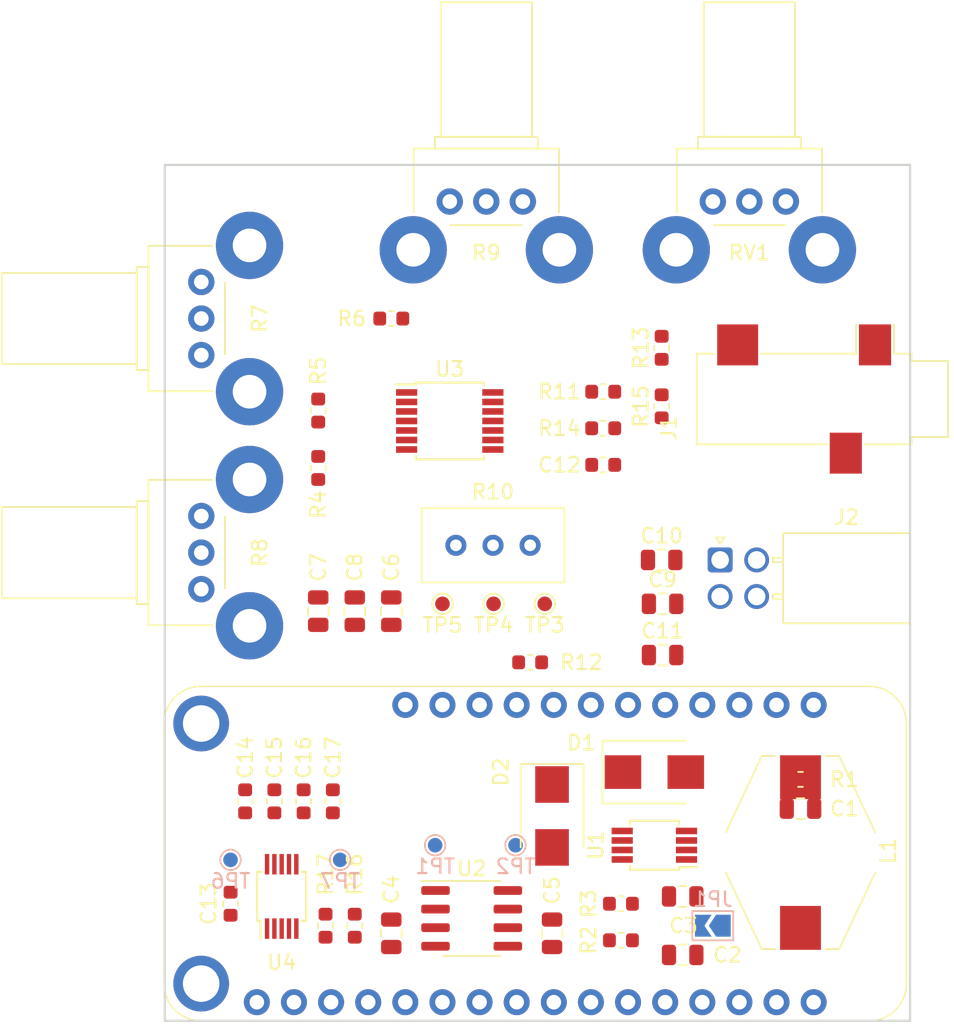
<source format=kicad_pcb>
(kicad_pcb (version 20171130) (host pcbnew "(2018-02-15 revision 29b28de31)-makepkg")

  (general
    (thickness 1.6)
    (drawings 4)
    (tracks 0)
    (zones 0)
    (modules 53)
    (nets 66)
  )

  (page A4)
  (layers
    (0 F.Cu signal)
    (31 B.Cu signal)
    (32 B.Adhes user)
    (33 F.Adhes user)
    (34 B.Paste user)
    (35 F.Paste user)
    (36 B.SilkS user)
    (37 F.SilkS user)
    (38 B.Mask user)
    (39 F.Mask user)
    (40 Dwgs.User user)
    (41 Cmts.User user)
    (42 Eco1.User user)
    (43 Eco2.User user)
    (44 Edge.Cuts user)
    (45 Margin user)
    (46 B.CrtYd user)
    (47 F.CrtYd user)
    (48 B.Fab user hide)
    (49 F.Fab user hide)
  )

  (setup
    (last_trace_width 0.25)
    (trace_clearance 0.2)
    (zone_clearance 0.508)
    (zone_45_only no)
    (trace_min 0.2)
    (segment_width 0.2)
    (edge_width 0.15)
    (via_size 0.8)
    (via_drill 0.4)
    (via_min_size 0.4)
    (via_min_drill 0.3)
    (uvia_size 0.3)
    (uvia_drill 0.1)
    (uvias_allowed no)
    (uvia_min_size 0.2)
    (uvia_min_drill 0.1)
    (pcb_text_width 0.3)
    (pcb_text_size 1.5 1.5)
    (mod_edge_width 0.15)
    (mod_text_size 1 1)
    (mod_text_width 0.15)
    (pad_size 1.524 1.524)
    (pad_drill 0.762)
    (pad_to_mask_clearance 0.2)
    (aux_axis_origin 0 0)
    (visible_elements 7FFFFFFF)
    (pcbplotparams
      (layerselection 0x010fc_ffffffff)
      (usegerberextensions false)
      (usegerberattributes false)
      (usegerberadvancedattributes false)
      (creategerberjobfile false)
      (excludeedgelayer true)
      (linewidth 0.100000)
      (plotframeref false)
      (viasonmask false)
      (mode 1)
      (useauxorigin false)
      (hpglpennumber 1)
      (hpglpenspeed 20)
      (hpglpendiameter 15)
      (psnegative false)
      (psa4output false)
      (plotreference true)
      (plotvalue true)
      (plotinvisibletext false)
      (padsonsilk false)
      (subtractmaskfromsilk false)
      (outputformat 1)
      (mirror false)
      (drillshape 1)
      (scaleselection 1)
      (outputdirectory ""))
  )

  (net 0 "")
  (net 1 "Net-(MS1-Pad1)")
  (net 2 +3V3)
  (net 3 "Net-(MS1-Pad3)")
  (net 4 GND)
  (net 5 "Net-(MS1-Pad5)")
  (net 6 "Net-(MS1-Pad6)")
  (net 7 "Net-(MS1-Pad7)")
  (net 8 "Net-(MS1-Pad8)")
  (net 9 "Net-(MS1-Pad9)")
  (net 10 "Net-(MS1-Pad10)")
  (net 11 "Net-(MS1-Pad11)")
  (net 12 "Net-(MS1-Pad12)")
  (net 13 "Net-(MS1-Pad13)")
  (net 14 "Net-(MS1-Pad14)")
  (net 15 "Net-(MS1-Pad15)")
  (net 16 "Net-(MS1-Pad16)")
  (net 17 "/Feathewing Headers/F_SDA")
  (net 18 "/Feathewing Headers/F_SCL")
  (net 19 "Net-(MS1-Pad19)")
  (net 20 "Net-(MS1-Pad20)")
  (net 21 "Net-(MS1-Pad21)")
  (net 22 "Net-(MS1-Pad22)")
  (net 23 "Net-(MS1-Pad23)")
  (net 24 "Net-(MS1-Pad24)")
  (net 25 "Net-(MS1-Pad25)")
  (net 26 /Boost_Converter/VUSB)
  (net 27 "Net-(MS1-Pad27)")
  (net 28 /Boost_Converter/VBAT)
  (net 29 "Net-(TP7-Pad1)")
  (net 30 "Net-(R12-Pad1)")
  (net 31 "Net-(TP6-Pad1)")
  (net 32 "Net-(C12-Pad2)")
  (net 33 "Net-(TP2-Pad1)")
  (net 34 "Net-(TP1-Pad1)")
  (net 35 "Net-(R10-Pad1)")
  (net 36 "Net-(C2-Pad1)")
  (net 37 /Boost_Converter/FB)
  (net 38 "Net-(R10-Pad2)")
  (net 39 "Net-(C12-Pad1)")
  (net 40 "Net-(JP1-Pad1)")
  (net 41 "Net-(R4-Pad1)")
  (net 42 "Net-(C6-Pad1)")
  (net 43 "Net-(C7-Pad1)")
  (net 44 "Net-(R5-Pad1)")
  (net 45 "/Controlled Gain Output/IAC_out")
  (net 46 "Net-(C13-Pad2)")
  (net 47 "Net-(R6-Pad1)")
  (net 48 "Net-(C8-Pad1)")
  (net 49 "Net-(C11-Pad2)")
  (net 50 "Net-(C9-Pad2)")
  (net 51 "Net-(C10-Pad2)")
  (net 52 "/Controlled Gain Output/IAC_in")
  (net 53 "/Controlled Gain Output/+5V")
  (net 54 "/Controlled Gain Output/-5V")
  (net 55 "Net-(C4-Pad1)")
  (net 56 "Net-(C4-Pad2)")
  (net 57 "Net-(L1-Pad1)")
  (net 58 "Net-(U1-Pad6)")
  (net 59 "/Controlled Gain Output/VA_in")
  (net 60 "/Controlled Gain Output/VB_in")
  (net 61 "/Controlled Gain Output/VC_in")
  (net 62 "/Controlled Gain Output/VA_out")
  (net 63 "/Controlled Gain Output/VB_out")
  (net 64 "/Controlled Gain Output/VC_out")
  (net 65 "Net-(J1-PadR)")

  (net_class Default "This is the default net class."
    (clearance 0.2)
    (trace_width 0.25)
    (via_dia 0.8)
    (via_drill 0.4)
    (uvia_dia 0.3)
    (uvia_drill 0.1)
    (add_net +3V3)
    (add_net /Boost_Converter/FB)
    (add_net /Boost_Converter/VBAT)
    (add_net /Boost_Converter/VUSB)
    (add_net "/Controlled Gain Output/+5V")
    (add_net "/Controlled Gain Output/-5V")
    (add_net "/Controlled Gain Output/IAC_in")
    (add_net "/Controlled Gain Output/IAC_out")
    (add_net "/Controlled Gain Output/VA_in")
    (add_net "/Controlled Gain Output/VA_out")
    (add_net "/Controlled Gain Output/VB_in")
    (add_net "/Controlled Gain Output/VB_out")
    (add_net "/Controlled Gain Output/VC_in")
    (add_net "/Controlled Gain Output/VC_out")
    (add_net "/Feathewing Headers/F_SCL")
    (add_net "/Feathewing Headers/F_SDA")
    (add_net GND)
    (add_net "Net-(C10-Pad2)")
    (add_net "Net-(C11-Pad2)")
    (add_net "Net-(C12-Pad1)")
    (add_net "Net-(C12-Pad2)")
    (add_net "Net-(C13-Pad2)")
    (add_net "Net-(C2-Pad1)")
    (add_net "Net-(C4-Pad1)")
    (add_net "Net-(C4-Pad2)")
    (add_net "Net-(C6-Pad1)")
    (add_net "Net-(C7-Pad1)")
    (add_net "Net-(C8-Pad1)")
    (add_net "Net-(C9-Pad2)")
    (add_net "Net-(J1-PadR)")
    (add_net "Net-(JP1-Pad1)")
    (add_net "Net-(L1-Pad1)")
    (add_net "Net-(MS1-Pad1)")
    (add_net "Net-(MS1-Pad10)")
    (add_net "Net-(MS1-Pad11)")
    (add_net "Net-(MS1-Pad12)")
    (add_net "Net-(MS1-Pad13)")
    (add_net "Net-(MS1-Pad14)")
    (add_net "Net-(MS1-Pad15)")
    (add_net "Net-(MS1-Pad16)")
    (add_net "Net-(MS1-Pad19)")
    (add_net "Net-(MS1-Pad20)")
    (add_net "Net-(MS1-Pad21)")
    (add_net "Net-(MS1-Pad22)")
    (add_net "Net-(MS1-Pad23)")
    (add_net "Net-(MS1-Pad24)")
    (add_net "Net-(MS1-Pad25)")
    (add_net "Net-(MS1-Pad27)")
    (add_net "Net-(MS1-Pad3)")
    (add_net "Net-(MS1-Pad5)")
    (add_net "Net-(MS1-Pad6)")
    (add_net "Net-(MS1-Pad7)")
    (add_net "Net-(MS1-Pad8)")
    (add_net "Net-(MS1-Pad9)")
    (add_net "Net-(R10-Pad1)")
    (add_net "Net-(R10-Pad2)")
    (add_net "Net-(R12-Pad1)")
    (add_net "Net-(R4-Pad1)")
    (add_net "Net-(R5-Pad1)")
    (add_net "Net-(R6-Pad1)")
    (add_net "Net-(TP1-Pad1)")
    (add_net "Net-(TP2-Pad1)")
    (add_net "Net-(TP6-Pad1)")
    (add_net "Net-(TP7-Pad1)")
    (add_net "Net-(U1-Pad6)")
  )

  (module Inductor_SMD:L_Bourns-SRR1005 (layer F.Cu) (tedit 5A468CF4) (tstamp 5E07CDDE)
    (at 130.5 125 90)
    (descr "Bourns SRR1005 series SMD inductor")
    (tags "Bourns SRR1005 SMD inductor")
    (path /5DCBF5A8/5DF576A6)
    (attr smd)
    (fp_text reference L1 (at 0.1 6 90) (layer F.SilkS)
      (effects (font (size 1 1) (thickness 0.15)))
    )
    (fp_text value 2.2uH/3A (at 0 -6 90) (layer F.Fab)
      (effects (font (size 1 1) (thickness 0.15)))
    )
    (fp_text user %R (at 0 0 90) (layer F.Fab)
      (effects (font (size 1 1) (thickness 0.15)))
    )
    (fp_line (start 6.9 -5.25) (end 6.9 5.25) (layer F.CrtYd) (width 0.05))
    (fp_line (start -6.9 5.25) (end 6.9 5.25) (layer F.CrtYd) (width 0.05))
    (fp_line (start -6.35 -1.7) (end -6.35 -2.5) (layer F.Fab) (width 0.1))
    (fp_line (start -6.35 -2.5) (end -2.2 -4.5) (layer F.Fab) (width 0.1))
    (fp_line (start -6.6 -2.65) (end -6.6 -1.7) (layer F.SilkS) (width 0.12))
    (fp_line (start -6.6 -2.65) (end -1.4 -5.1) (layer F.SilkS) (width 0.12))
    (fp_circle (center 0 0) (end 0 -5) (layer F.Fab) (width 0.1))
    (fp_line (start -6.35 2.5) (end -6.35 1.7) (layer F.Fab) (width 0.1))
    (fp_line (start -6.35 2.5) (end -2.2 4.5) (layer F.Fab) (width 0.1))
    (fp_line (start 6.35 -1.7) (end 6.35 -2.5) (layer F.Fab) (width 0.1))
    (fp_line (start 6.35 2.5) (end 6.35 1.7) (layer F.Fab) (width 0.1))
    (fp_line (start 6.35 -2.5) (end 2.2 -4.5) (layer F.Fab) (width 0.1))
    (fp_line (start 6.35 2.5) (end 2.2 4.5) (layer F.Fab) (width 0.1))
    (fp_line (start -6.9 -5.25) (end -6.9 5.25) (layer F.CrtYd) (width 0.05))
    (fp_line (start -6.9 -5.25) (end 6.9 -5.25) (layer F.CrtYd) (width 0.05))
    (fp_line (start 6.6 2.65) (end 6.6 1.7) (layer F.SilkS) (width 0.12))
    (fp_line (start 6.6 2.65) (end 1.4 5.1) (layer F.SilkS) (width 0.12))
    (fp_line (start -6.6 2.65) (end -1.4 5.1) (layer F.SilkS) (width 0.12))
    (fp_line (start 6.6 -2.65) (end 1.4 -5.1) (layer F.SilkS) (width 0.12))
    (fp_line (start -6.6 2.65) (end -6.6 1.7) (layer F.SilkS) (width 0.12))
    (fp_line (start 6.6 -2.65) (end 6.6 -1.7) (layer F.SilkS) (width 0.12))
    (pad 1 smd rect (at -5.15 0 90) (size 3 2.8) (layers F.Cu F.Paste F.Mask)
      (net 57 "Net-(L1-Pad1)"))
    (pad 2 smd rect (at 5.15 0 90) (size 3 2.8) (layers F.Cu F.Paste F.Mask)
      (net 28 /Boost_Converter/VBAT))
    (model ${KISYS3DMOD}/Inductor_SMD.3dshapes/L_Bourns-SRR1005.wrl
      (at (xyz 0 0 0))
      (scale (xyz 1 1 1))
      (rotate (xyz 0 0 0))
    )
    (model ${KIPRJMOD}/3dmodels/srr1005.stp
      (at (xyz 0 0 0))
      (scale (xyz 1 1 1))
      (rotate (xyz -90 0 0))
    )
  )

  (module Capacitor_SMD:C_0603_1608Metric (layer F.Cu) (tedit 5B301BBE) (tstamp 5E37831B)
    (at 98.5 121.5 90)
    (descr "Capacitor SMD 0603 (1608 Metric), square (rectangular) end terminal, IPC_7351 nominal, (Body size source: http://www.tortai-tech.com/upload/download/2011102023233369053.pdf), generated with kicad-footprint-generator")
    (tags capacitor)
    (path /5DCBF63F/5DF80626)
    (attr smd)
    (fp_text reference C17 (at 3 0 90) (layer F.SilkS)
      (effects (font (size 1 1) (thickness 0.15)))
    )
    (fp_text value 100n (at 0 1.43 90) (layer F.Fab)
      (effects (font (size 1 1) (thickness 0.15)))
    )
    (fp_text user %R (at 0 0 90) (layer F.Fab)
      (effects (font (size 0.4 0.4) (thickness 0.06)))
    )
    (fp_line (start 1.48 0.73) (end -1.48 0.73) (layer F.CrtYd) (width 0.05))
    (fp_line (start 1.48 -0.73) (end 1.48 0.73) (layer F.CrtYd) (width 0.05))
    (fp_line (start -1.48 -0.73) (end 1.48 -0.73) (layer F.CrtYd) (width 0.05))
    (fp_line (start -1.48 0.73) (end -1.48 -0.73) (layer F.CrtYd) (width 0.05))
    (fp_line (start -0.162779 0.51) (end 0.162779 0.51) (layer F.SilkS) (width 0.12))
    (fp_line (start -0.162779 -0.51) (end 0.162779 -0.51) (layer F.SilkS) (width 0.12))
    (fp_line (start 0.8 0.4) (end -0.8 0.4) (layer F.Fab) (width 0.1))
    (fp_line (start 0.8 -0.4) (end 0.8 0.4) (layer F.Fab) (width 0.1))
    (fp_line (start -0.8 -0.4) (end 0.8 -0.4) (layer F.Fab) (width 0.1))
    (fp_line (start -0.8 0.4) (end -0.8 -0.4) (layer F.Fab) (width 0.1))
    (pad 2 smd roundrect (at 0.7875 0 90) (size 0.875 0.95) (layers F.Cu F.Paste F.Mask)(roundrect_rratio 0.25)
      (net 4 GND))
    (pad 1 smd roundrect (at -0.7875 0 90) (size 0.875 0.95) (layers F.Cu F.Paste F.Mask)(roundrect_rratio 0.25)
      (net 59 "/Controlled Gain Output/VA_in"))
    (model ${KISYS3DMOD}/Capacitor_SMD.3dshapes/C_0603_1608Metric.wrl
      (at (xyz 0 0 0))
      (scale (xyz 1 1 1))
      (rotate (xyz 0 0 0))
    )
  )

  (module Capacitor_SMD:C_0603_1608Metric (layer F.Cu) (tedit 5B301BBE) (tstamp 5E37830A)
    (at 96.5 121.5 90)
    (descr "Capacitor SMD 0603 (1608 Metric), square (rectangular) end terminal, IPC_7351 nominal, (Body size source: http://www.tortai-tech.com/upload/download/2011102023233369053.pdf), generated with kicad-footprint-generator")
    (tags capacitor)
    (path /5DCBF63F/5DF805F6)
    (attr smd)
    (fp_text reference C16 (at 3 0 90) (layer F.SilkS)
      (effects (font (size 1 1) (thickness 0.15)))
    )
    (fp_text value 100n (at 0 1.43 90) (layer F.Fab)
      (effects (font (size 1 1) (thickness 0.15)))
    )
    (fp_line (start -0.8 0.4) (end -0.8 -0.4) (layer F.Fab) (width 0.1))
    (fp_line (start -0.8 -0.4) (end 0.8 -0.4) (layer F.Fab) (width 0.1))
    (fp_line (start 0.8 -0.4) (end 0.8 0.4) (layer F.Fab) (width 0.1))
    (fp_line (start 0.8 0.4) (end -0.8 0.4) (layer F.Fab) (width 0.1))
    (fp_line (start -0.162779 -0.51) (end 0.162779 -0.51) (layer F.SilkS) (width 0.12))
    (fp_line (start -0.162779 0.51) (end 0.162779 0.51) (layer F.SilkS) (width 0.12))
    (fp_line (start -1.48 0.73) (end -1.48 -0.73) (layer F.CrtYd) (width 0.05))
    (fp_line (start -1.48 -0.73) (end 1.48 -0.73) (layer F.CrtYd) (width 0.05))
    (fp_line (start 1.48 -0.73) (end 1.48 0.73) (layer F.CrtYd) (width 0.05))
    (fp_line (start 1.48 0.73) (end -1.48 0.73) (layer F.CrtYd) (width 0.05))
    (fp_text user %R (at 0 0 90) (layer F.Fab)
      (effects (font (size 0.4 0.4) (thickness 0.06)))
    )
    (pad 1 smd roundrect (at -0.7875 0 90) (size 0.875 0.95) (layers F.Cu F.Paste F.Mask)(roundrect_rratio 0.25)
      (net 60 "/Controlled Gain Output/VB_in"))
    (pad 2 smd roundrect (at 0.7875 0 90) (size 0.875 0.95) (layers F.Cu F.Paste F.Mask)(roundrect_rratio 0.25)
      (net 4 GND))
    (model ${KISYS3DMOD}/Capacitor_SMD.3dshapes/C_0603_1608Metric.wrl
      (at (xyz 0 0 0))
      (scale (xyz 1 1 1))
      (rotate (xyz 0 0 0))
    )
  )

  (module Capacitor_SMD:C_0603_1608Metric (layer F.Cu) (tedit 5B301BBE) (tstamp 5E3782F9)
    (at 94.5 121.5 90)
    (descr "Capacitor SMD 0603 (1608 Metric), square (rectangular) end terminal, IPC_7351 nominal, (Body size source: http://www.tortai-tech.com/upload/download/2011102023233369053.pdf), generated with kicad-footprint-generator")
    (tags capacitor)
    (path /5DCBF63F/5DF805CE)
    (attr smd)
    (fp_text reference C15 (at 3 0 90) (layer F.SilkS)
      (effects (font (size 1 1) (thickness 0.15)))
    )
    (fp_text value 100n (at 0 1.43 90) (layer F.Fab)
      (effects (font (size 1 1) (thickness 0.15)))
    )
    (fp_text user %R (at 0 0 90) (layer F.Fab)
      (effects (font (size 0.4 0.4) (thickness 0.06)))
    )
    (fp_line (start 1.48 0.73) (end -1.48 0.73) (layer F.CrtYd) (width 0.05))
    (fp_line (start 1.48 -0.73) (end 1.48 0.73) (layer F.CrtYd) (width 0.05))
    (fp_line (start -1.48 -0.73) (end 1.48 -0.73) (layer F.CrtYd) (width 0.05))
    (fp_line (start -1.48 0.73) (end -1.48 -0.73) (layer F.CrtYd) (width 0.05))
    (fp_line (start -0.162779 0.51) (end 0.162779 0.51) (layer F.SilkS) (width 0.12))
    (fp_line (start -0.162779 -0.51) (end 0.162779 -0.51) (layer F.SilkS) (width 0.12))
    (fp_line (start 0.8 0.4) (end -0.8 0.4) (layer F.Fab) (width 0.1))
    (fp_line (start 0.8 -0.4) (end 0.8 0.4) (layer F.Fab) (width 0.1))
    (fp_line (start -0.8 -0.4) (end 0.8 -0.4) (layer F.Fab) (width 0.1))
    (fp_line (start -0.8 0.4) (end -0.8 -0.4) (layer F.Fab) (width 0.1))
    (pad 2 smd roundrect (at 0.7875 0 90) (size 0.875 0.95) (layers F.Cu F.Paste F.Mask)(roundrect_rratio 0.25)
      (net 4 GND))
    (pad 1 smd roundrect (at -0.7875 0 90) (size 0.875 0.95) (layers F.Cu F.Paste F.Mask)(roundrect_rratio 0.25)
      (net 61 "/Controlled Gain Output/VC_in"))
    (model ${KISYS3DMOD}/Capacitor_SMD.3dshapes/C_0603_1608Metric.wrl
      (at (xyz 0 0 0))
      (scale (xyz 1 1 1))
      (rotate (xyz 0 0 0))
    )
  )

  (module Capacitor_SMD:C_0603_1608Metric (layer F.Cu) (tedit 5B301BBE) (tstamp 5E3782E8)
    (at 92.5 121.5 90)
    (descr "Capacitor SMD 0603 (1608 Metric), square (rectangular) end terminal, IPC_7351 nominal, (Body size source: http://www.tortai-tech.com/upload/download/2011102023233369053.pdf), generated with kicad-footprint-generator")
    (tags capacitor)
    (path /5DCBF63F/5DF8058E)
    (attr smd)
    (fp_text reference C14 (at 3 0 90) (layer F.SilkS)
      (effects (font (size 1 1) (thickness 0.15)))
    )
    (fp_text value 100n (at 0 1.43 90) (layer F.Fab)
      (effects (font (size 1 1) (thickness 0.15)))
    )
    (fp_line (start -0.8 0.4) (end -0.8 -0.4) (layer F.Fab) (width 0.1))
    (fp_line (start -0.8 -0.4) (end 0.8 -0.4) (layer F.Fab) (width 0.1))
    (fp_line (start 0.8 -0.4) (end 0.8 0.4) (layer F.Fab) (width 0.1))
    (fp_line (start 0.8 0.4) (end -0.8 0.4) (layer F.Fab) (width 0.1))
    (fp_line (start -0.162779 -0.51) (end 0.162779 -0.51) (layer F.SilkS) (width 0.12))
    (fp_line (start -0.162779 0.51) (end 0.162779 0.51) (layer F.SilkS) (width 0.12))
    (fp_line (start -1.48 0.73) (end -1.48 -0.73) (layer F.CrtYd) (width 0.05))
    (fp_line (start -1.48 -0.73) (end 1.48 -0.73) (layer F.CrtYd) (width 0.05))
    (fp_line (start 1.48 -0.73) (end 1.48 0.73) (layer F.CrtYd) (width 0.05))
    (fp_line (start 1.48 0.73) (end -1.48 0.73) (layer F.CrtYd) (width 0.05))
    (fp_text user %R (at 0 0 90) (layer F.Fab)
      (effects (font (size 0.4 0.4) (thickness 0.06)))
    )
    (pad 1 smd roundrect (at -0.7875 0 90) (size 0.875 0.95) (layers F.Cu F.Paste F.Mask)(roundrect_rratio 0.25)
      (net 52 "/Controlled Gain Output/IAC_in"))
    (pad 2 smd roundrect (at 0.7875 0 90) (size 0.875 0.95) (layers F.Cu F.Paste F.Mask)(roundrect_rratio 0.25)
      (net 4 GND))
    (model ${KISYS3DMOD}/Capacitor_SMD.3dshapes/C_0603_1608Metric.wrl
      (at (xyz 0 0 0))
      (scale (xyz 1 1 1))
      (rotate (xyz 0 0 0))
    )
  )

  (module Capacitor_SMD:C_0603_1608Metric (layer F.Cu) (tedit 5B301BBE) (tstamp 5E3782D7)
    (at 91.5 128.5 270)
    (descr "Capacitor SMD 0603 (1608 Metric), square (rectangular) end terminal, IPC_7351 nominal, (Body size source: http://www.tortai-tech.com/upload/download/2011102023233369053.pdf), generated with kicad-footprint-generator")
    (tags capacitor)
    (path /5DCBF63F/5DECCADB)
    (attr smd)
    (fp_text reference C13 (at 0 1.5 270) (layer F.SilkS)
      (effects (font (size 1 1) (thickness 0.15)))
    )
    (fp_text value 100n (at 0 1.43 270) (layer F.Fab)
      (effects (font (size 1 1) (thickness 0.15)))
    )
    (fp_text user %R (at 0 0 270) (layer F.Fab)
      (effects (font (size 0.4 0.4) (thickness 0.06)))
    )
    (fp_line (start 1.48 0.73) (end -1.48 0.73) (layer F.CrtYd) (width 0.05))
    (fp_line (start 1.48 -0.73) (end 1.48 0.73) (layer F.CrtYd) (width 0.05))
    (fp_line (start -1.48 -0.73) (end 1.48 -0.73) (layer F.CrtYd) (width 0.05))
    (fp_line (start -1.48 0.73) (end -1.48 -0.73) (layer F.CrtYd) (width 0.05))
    (fp_line (start -0.162779 0.51) (end 0.162779 0.51) (layer F.SilkS) (width 0.12))
    (fp_line (start -0.162779 -0.51) (end 0.162779 -0.51) (layer F.SilkS) (width 0.12))
    (fp_line (start 0.8 0.4) (end -0.8 0.4) (layer F.Fab) (width 0.1))
    (fp_line (start 0.8 -0.4) (end 0.8 0.4) (layer F.Fab) (width 0.1))
    (fp_line (start -0.8 -0.4) (end 0.8 -0.4) (layer F.Fab) (width 0.1))
    (fp_line (start -0.8 0.4) (end -0.8 -0.4) (layer F.Fab) (width 0.1))
    (pad 2 smd roundrect (at 0.7875 0 270) (size 0.875 0.95) (layers F.Cu F.Paste F.Mask)(roundrect_rratio 0.25)
      (net 46 "Net-(C13-Pad2)"))
    (pad 1 smd roundrect (at -0.7875 0 270) (size 0.875 0.95) (layers F.Cu F.Paste F.Mask)(roundrect_rratio 0.25)
      (net 4 GND))
    (model ${KISYS3DMOD}/Capacitor_SMD.3dshapes/C_0603_1608Metric.wrl
      (at (xyz 0 0 0))
      (scale (xyz 1 1 1))
      (rotate (xyz 0 0 0))
    )
  )

  (module Capacitor_SMD:C_0603_1608Metric (layer F.Cu) (tedit 5B301BBE) (tstamp 5E3782C6)
    (at 117 98.5 180)
    (descr "Capacitor SMD 0603 (1608 Metric), square (rectangular) end terminal, IPC_7351 nominal, (Body size source: http://www.tortai-tech.com/upload/download/2011102023233369053.pdf), generated with kicad-footprint-generator")
    (tags capacitor)
    (path /5DCBF60B/5DF6B1A0)
    (attr smd)
    (fp_text reference C12 (at 3 0 180) (layer F.SilkS)
      (effects (font (size 1 1) (thickness 0.15)))
    )
    (fp_text value 5p (at 0 1.43 180) (layer F.Fab)
      (effects (font (size 1 1) (thickness 0.15)))
    )
    (fp_line (start -0.8 0.4) (end -0.8 -0.4) (layer F.Fab) (width 0.1))
    (fp_line (start -0.8 -0.4) (end 0.8 -0.4) (layer F.Fab) (width 0.1))
    (fp_line (start 0.8 -0.4) (end 0.8 0.4) (layer F.Fab) (width 0.1))
    (fp_line (start 0.8 0.4) (end -0.8 0.4) (layer F.Fab) (width 0.1))
    (fp_line (start -0.162779 -0.51) (end 0.162779 -0.51) (layer F.SilkS) (width 0.12))
    (fp_line (start -0.162779 0.51) (end 0.162779 0.51) (layer F.SilkS) (width 0.12))
    (fp_line (start -1.48 0.73) (end -1.48 -0.73) (layer F.CrtYd) (width 0.05))
    (fp_line (start -1.48 -0.73) (end 1.48 -0.73) (layer F.CrtYd) (width 0.05))
    (fp_line (start 1.48 -0.73) (end 1.48 0.73) (layer F.CrtYd) (width 0.05))
    (fp_line (start 1.48 0.73) (end -1.48 0.73) (layer F.CrtYd) (width 0.05))
    (fp_text user %R (at 0 0 180) (layer F.Fab)
      (effects (font (size 0.4 0.4) (thickness 0.06)))
    )
    (pad 1 smd roundrect (at -0.7875 0 180) (size 0.875 0.95) (layers F.Cu F.Paste F.Mask)(roundrect_rratio 0.25)
      (net 39 "Net-(C12-Pad1)"))
    (pad 2 smd roundrect (at 0.7875 0 180) (size 0.875 0.95) (layers F.Cu F.Paste F.Mask)(roundrect_rratio 0.25)
      (net 32 "Net-(C12-Pad2)"))
    (model ${KISYS3DMOD}/Capacitor_SMD.3dshapes/C_0603_1608Metric.wrl
      (at (xyz 0 0 0))
      (scale (xyz 1 1 1))
      (rotate (xyz 0 0 0))
    )
  )

  (module Capacitor_SMD:C_0805_2012Metric (layer F.Cu) (tedit 5B36C52B) (tstamp 5E3782B5)
    (at 113.5 130.52 270)
    (descr "Capacitor SMD 0805 (2012 Metric), square (rectangular) end terminal, IPC_7351 nominal, (Body size source: https://docs.google.com/spreadsheets/d/1BsfQQcO9C6DZCsRaXUlFlo91Tg2WpOkGARC1WS5S8t0/edit?usp=sharing), generated with kicad-footprint-generator")
    (tags capacitor)
    (path /5DCBF5D4/5DECFDD1)
    (attr smd)
    (fp_text reference C5 (at -2.9375 0 270) (layer F.SilkS)
      (effects (font (size 1 1) (thickness 0.15)))
    )
    (fp_text value 10u (at 0 1.65 270) (layer F.Fab)
      (effects (font (size 1 1) (thickness 0.15)))
    )
    (fp_line (start -1 0.6) (end -1 -0.6) (layer F.Fab) (width 0.1))
    (fp_line (start -1 -0.6) (end 1 -0.6) (layer F.Fab) (width 0.1))
    (fp_line (start 1 -0.6) (end 1 0.6) (layer F.Fab) (width 0.1))
    (fp_line (start 1 0.6) (end -1 0.6) (layer F.Fab) (width 0.1))
    (fp_line (start -0.258578 -0.71) (end 0.258578 -0.71) (layer F.SilkS) (width 0.12))
    (fp_line (start -0.258578 0.71) (end 0.258578 0.71) (layer F.SilkS) (width 0.12))
    (fp_line (start -1.68 0.95) (end -1.68 -0.95) (layer F.CrtYd) (width 0.05))
    (fp_line (start -1.68 -0.95) (end 1.68 -0.95) (layer F.CrtYd) (width 0.05))
    (fp_line (start 1.68 -0.95) (end 1.68 0.95) (layer F.CrtYd) (width 0.05))
    (fp_line (start 1.68 0.95) (end -1.68 0.95) (layer F.CrtYd) (width 0.05))
    (fp_text user %R (at 0 0 270) (layer F.Fab)
      (effects (font (size 0.5 0.5) (thickness 0.08)))
    )
    (pad 1 smd roundrect (at -0.9375 0 270) (size 0.975 1.4) (layers F.Cu F.Paste F.Mask)(roundrect_rratio 0.25)
      (net 4 GND))
    (pad 2 smd roundrect (at 0.9375 0 270) (size 0.975 1.4) (layers F.Cu F.Paste F.Mask)(roundrect_rratio 0.25)
      (net 54 "/Controlled Gain Output/-5V"))
    (model ${KISYS3DMOD}/Capacitor_SMD.3dshapes/C_0805_2012Metric.wrl
      (at (xyz 0 0 0))
      (scale (xyz 1 1 1))
      (rotate (xyz 0 0 0))
    )
  )

  (module Capacitor_SMD:C_0805_2012Metric (layer F.Cu) (tedit 5B36C52B) (tstamp 5E3782A4)
    (at 121.0625 111.5)
    (descr "Capacitor SMD 0805 (2012 Metric), square (rectangular) end terminal, IPC_7351 nominal, (Body size source: https://docs.google.com/spreadsheets/d/1BsfQQcO9C6DZCsRaXUlFlo91Tg2WpOkGARC1WS5S8t0/edit?usp=sharing), generated with kicad-footprint-generator")
    (tags capacitor)
    (path /5DCBF60B/5DF73716)
    (attr smd)
    (fp_text reference C11 (at 0 -1.65) (layer F.SilkS)
      (effects (font (size 1 1) (thickness 0.15)))
    )
    (fp_text value 10u (at 0 1.65) (layer F.Fab)
      (effects (font (size 1 1) (thickness 0.15)))
    )
    (fp_text user %R (at 0 0) (layer F.Fab)
      (effects (font (size 0.5 0.5) (thickness 0.08)))
    )
    (fp_line (start 1.68 0.95) (end -1.68 0.95) (layer F.CrtYd) (width 0.05))
    (fp_line (start 1.68 -0.95) (end 1.68 0.95) (layer F.CrtYd) (width 0.05))
    (fp_line (start -1.68 -0.95) (end 1.68 -0.95) (layer F.CrtYd) (width 0.05))
    (fp_line (start -1.68 0.95) (end -1.68 -0.95) (layer F.CrtYd) (width 0.05))
    (fp_line (start -0.258578 0.71) (end 0.258578 0.71) (layer F.SilkS) (width 0.12))
    (fp_line (start -0.258578 -0.71) (end 0.258578 -0.71) (layer F.SilkS) (width 0.12))
    (fp_line (start 1 0.6) (end -1 0.6) (layer F.Fab) (width 0.1))
    (fp_line (start 1 -0.6) (end 1 0.6) (layer F.Fab) (width 0.1))
    (fp_line (start -1 -0.6) (end 1 -0.6) (layer F.Fab) (width 0.1))
    (fp_line (start -1 0.6) (end -1 -0.6) (layer F.Fab) (width 0.1))
    (pad 2 smd roundrect (at 0.9375 0) (size 0.975 1.4) (layers F.Cu F.Paste F.Mask)(roundrect_rratio 0.25)
      (net 49 "Net-(C11-Pad2)"))
    (pad 1 smd roundrect (at -0.9375 0) (size 0.975 1.4) (layers F.Cu F.Paste F.Mask)(roundrect_rratio 0.25)
      (net 63 "/Controlled Gain Output/VB_out"))
    (model ${KISYS3DMOD}/Capacitor_SMD.3dshapes/C_0805_2012Metric.wrl
      (at (xyz 0 0 0))
      (scale (xyz 1 1 1))
      (rotate (xyz 0 0 0))
    )
  )

  (module Capacitor_SMD:C_0805_2012Metric (layer F.Cu) (tedit 5B36C52B) (tstamp 5E378293)
    (at 121 105)
    (descr "Capacitor SMD 0805 (2012 Metric), square (rectangular) end terminal, IPC_7351 nominal, (Body size source: https://docs.google.com/spreadsheets/d/1BsfQQcO9C6DZCsRaXUlFlo91Tg2WpOkGARC1WS5S8t0/edit?usp=sharing), generated with kicad-footprint-generator")
    (tags capacitor)
    (path /5DCBF60B/5DF7375A)
    (attr smd)
    (fp_text reference C10 (at 0 -1.65) (layer F.SilkS)
      (effects (font (size 1 1) (thickness 0.15)))
    )
    (fp_text value 10u (at 0 1.65) (layer F.Fab)
      (effects (font (size 1 1) (thickness 0.15)))
    )
    (fp_line (start -1 0.6) (end -1 -0.6) (layer F.Fab) (width 0.1))
    (fp_line (start -1 -0.6) (end 1 -0.6) (layer F.Fab) (width 0.1))
    (fp_line (start 1 -0.6) (end 1 0.6) (layer F.Fab) (width 0.1))
    (fp_line (start 1 0.6) (end -1 0.6) (layer F.Fab) (width 0.1))
    (fp_line (start -0.258578 -0.71) (end 0.258578 -0.71) (layer F.SilkS) (width 0.12))
    (fp_line (start -0.258578 0.71) (end 0.258578 0.71) (layer F.SilkS) (width 0.12))
    (fp_line (start -1.68 0.95) (end -1.68 -0.95) (layer F.CrtYd) (width 0.05))
    (fp_line (start -1.68 -0.95) (end 1.68 -0.95) (layer F.CrtYd) (width 0.05))
    (fp_line (start 1.68 -0.95) (end 1.68 0.95) (layer F.CrtYd) (width 0.05))
    (fp_line (start 1.68 0.95) (end -1.68 0.95) (layer F.CrtYd) (width 0.05))
    (fp_text user %R (at 0 0) (layer F.Fab)
      (effects (font (size 0.5 0.5) (thickness 0.08)))
    )
    (pad 1 smd roundrect (at -0.9375 0) (size 0.975 1.4) (layers F.Cu F.Paste F.Mask)(roundrect_rratio 0.25)
      (net 64 "/Controlled Gain Output/VC_out"))
    (pad 2 smd roundrect (at 0.9375 0) (size 0.975 1.4) (layers F.Cu F.Paste F.Mask)(roundrect_rratio 0.25)
      (net 51 "Net-(C10-Pad2)"))
    (model ${KISYS3DMOD}/Capacitor_SMD.3dshapes/C_0805_2012Metric.wrl
      (at (xyz 0 0 0))
      (scale (xyz 1 1 1))
      (rotate (xyz 0 0 0))
    )
  )

  (module Capacitor_SMD:C_0805_2012Metric (layer F.Cu) (tedit 5B36C52B) (tstamp 5E378282)
    (at 121.0625 108)
    (descr "Capacitor SMD 0805 (2012 Metric), square (rectangular) end terminal, IPC_7351 nominal, (Body size source: https://docs.google.com/spreadsheets/d/1BsfQQcO9C6DZCsRaXUlFlo91Tg2WpOkGARC1WS5S8t0/edit?usp=sharing), generated with kicad-footprint-generator")
    (tags capacitor)
    (path /5DCBF60B/5DF736CC)
    (attr smd)
    (fp_text reference C9 (at 0 -1.65) (layer F.SilkS)
      (effects (font (size 1 1) (thickness 0.15)))
    )
    (fp_text value 10u (at 0 1.65) (layer F.Fab)
      (effects (font (size 1 1) (thickness 0.15)))
    )
    (fp_text user %R (at 0 0) (layer F.Fab)
      (effects (font (size 0.5 0.5) (thickness 0.08)))
    )
    (fp_line (start 1.68 0.95) (end -1.68 0.95) (layer F.CrtYd) (width 0.05))
    (fp_line (start 1.68 -0.95) (end 1.68 0.95) (layer F.CrtYd) (width 0.05))
    (fp_line (start -1.68 -0.95) (end 1.68 -0.95) (layer F.CrtYd) (width 0.05))
    (fp_line (start -1.68 0.95) (end -1.68 -0.95) (layer F.CrtYd) (width 0.05))
    (fp_line (start -0.258578 0.71) (end 0.258578 0.71) (layer F.SilkS) (width 0.12))
    (fp_line (start -0.258578 -0.71) (end 0.258578 -0.71) (layer F.SilkS) (width 0.12))
    (fp_line (start 1 0.6) (end -1 0.6) (layer F.Fab) (width 0.1))
    (fp_line (start 1 -0.6) (end 1 0.6) (layer F.Fab) (width 0.1))
    (fp_line (start -1 -0.6) (end 1 -0.6) (layer F.Fab) (width 0.1))
    (fp_line (start -1 0.6) (end -1 -0.6) (layer F.Fab) (width 0.1))
    (pad 2 smd roundrect (at 0.9375 0) (size 0.975 1.4) (layers F.Cu F.Paste F.Mask)(roundrect_rratio 0.25)
      (net 50 "Net-(C9-Pad2)"))
    (pad 1 smd roundrect (at -0.9375 0) (size 0.975 1.4) (layers F.Cu F.Paste F.Mask)(roundrect_rratio 0.25)
      (net 62 "/Controlled Gain Output/VA_out"))
    (model ${KISYS3DMOD}/Capacitor_SMD.3dshapes/C_0805_2012Metric.wrl
      (at (xyz 0 0 0))
      (scale (xyz 1 1 1))
      (rotate (xyz 0 0 0))
    )
  )

  (module Capacitor_SMD:C_0805_2012Metric (layer F.Cu) (tedit 5B36C52B) (tstamp 5E378271)
    (at 97.5 108.5 270)
    (descr "Capacitor SMD 0805 (2012 Metric), square (rectangular) end terminal, IPC_7351 nominal, (Body size source: https://docs.google.com/spreadsheets/d/1BsfQQcO9C6DZCsRaXUlFlo91Tg2WpOkGARC1WS5S8t0/edit?usp=sharing), generated with kicad-footprint-generator")
    (tags capacitor)
    (path /5DCBF60B/5DF6E1C4)
    (attr smd)
    (fp_text reference C7 (at -3 0 270) (layer F.SilkS)
      (effects (font (size 1 1) (thickness 0.15)))
    )
    (fp_text value 10u (at 0 1.65 270) (layer F.Fab)
      (effects (font (size 1 1) (thickness 0.15)))
    )
    (fp_line (start -1 0.6) (end -1 -0.6) (layer F.Fab) (width 0.1))
    (fp_line (start -1 -0.6) (end 1 -0.6) (layer F.Fab) (width 0.1))
    (fp_line (start 1 -0.6) (end 1 0.6) (layer F.Fab) (width 0.1))
    (fp_line (start 1 0.6) (end -1 0.6) (layer F.Fab) (width 0.1))
    (fp_line (start -0.258578 -0.71) (end 0.258578 -0.71) (layer F.SilkS) (width 0.12))
    (fp_line (start -0.258578 0.71) (end 0.258578 0.71) (layer F.SilkS) (width 0.12))
    (fp_line (start -1.68 0.95) (end -1.68 -0.95) (layer F.CrtYd) (width 0.05))
    (fp_line (start -1.68 -0.95) (end 1.68 -0.95) (layer F.CrtYd) (width 0.05))
    (fp_line (start 1.68 -0.95) (end 1.68 0.95) (layer F.CrtYd) (width 0.05))
    (fp_line (start 1.68 0.95) (end -1.68 0.95) (layer F.CrtYd) (width 0.05))
    (fp_text user %R (at 0 0 270) (layer F.Fab)
      (effects (font (size 0.5 0.5) (thickness 0.08)))
    )
    (pad 1 smd roundrect (at -0.9375 0 270) (size 0.975 1.4) (layers F.Cu F.Paste F.Mask)(roundrect_rratio 0.25)
      (net 43 "Net-(C7-Pad1)"))
    (pad 2 smd roundrect (at 0.9375 0 270) (size 0.975 1.4) (layers F.Cu F.Paste F.Mask)(roundrect_rratio 0.25)
      (net 61 "/Controlled Gain Output/VC_in"))
    (model ${KISYS3DMOD}/Capacitor_SMD.3dshapes/C_0805_2012Metric.wrl
      (at (xyz 0 0 0))
      (scale (xyz 1 1 1))
      (rotate (xyz 0 0 0))
    )
  )

  (module Capacitor_SMD:C_0805_2012Metric (layer F.Cu) (tedit 5B36C52B) (tstamp 5E378260)
    (at 102.5 108.5 270)
    (descr "Capacitor SMD 0805 (2012 Metric), square (rectangular) end terminal, IPC_7351 nominal, (Body size source: https://docs.google.com/spreadsheets/d/1BsfQQcO9C6DZCsRaXUlFlo91Tg2WpOkGARC1WS5S8t0/edit?usp=sharing), generated with kicad-footprint-generator")
    (tags capacitor)
    (path /5DCBF60B/5DF6FDBB)
    (attr smd)
    (fp_text reference C6 (at -3 0 270) (layer F.SilkS)
      (effects (font (size 1 1) (thickness 0.15)))
    )
    (fp_text value 10u (at 0 1.65 270) (layer F.Fab)
      (effects (font (size 1 1) (thickness 0.15)))
    )
    (fp_text user %R (at 0 0 270) (layer F.Fab)
      (effects (font (size 0.5 0.5) (thickness 0.08)))
    )
    (fp_line (start 1.68 0.95) (end -1.68 0.95) (layer F.CrtYd) (width 0.05))
    (fp_line (start 1.68 -0.95) (end 1.68 0.95) (layer F.CrtYd) (width 0.05))
    (fp_line (start -1.68 -0.95) (end 1.68 -0.95) (layer F.CrtYd) (width 0.05))
    (fp_line (start -1.68 0.95) (end -1.68 -0.95) (layer F.CrtYd) (width 0.05))
    (fp_line (start -0.258578 0.71) (end 0.258578 0.71) (layer F.SilkS) (width 0.12))
    (fp_line (start -0.258578 -0.71) (end 0.258578 -0.71) (layer F.SilkS) (width 0.12))
    (fp_line (start 1 0.6) (end -1 0.6) (layer F.Fab) (width 0.1))
    (fp_line (start 1 -0.6) (end 1 0.6) (layer F.Fab) (width 0.1))
    (fp_line (start -1 -0.6) (end 1 -0.6) (layer F.Fab) (width 0.1))
    (fp_line (start -1 0.6) (end -1 -0.6) (layer F.Fab) (width 0.1))
    (pad 2 smd roundrect (at 0.9375 0 270) (size 0.975 1.4) (layers F.Cu F.Paste F.Mask)(roundrect_rratio 0.25)
      (net 59 "/Controlled Gain Output/VA_in"))
    (pad 1 smd roundrect (at -0.9375 0 270) (size 0.975 1.4) (layers F.Cu F.Paste F.Mask)(roundrect_rratio 0.25)
      (net 42 "Net-(C6-Pad1)"))
    (model ${KISYS3DMOD}/Capacitor_SMD.3dshapes/C_0805_2012Metric.wrl
      (at (xyz 0 0 0))
      (scale (xyz 1 1 1))
      (rotate (xyz 0 0 0))
    )
  )

  (module Capacitor_SMD:C_0805_2012Metric (layer F.Cu) (tedit 5B36C52B) (tstamp 5E37824F)
    (at 102.5 130.52 270)
    (descr "Capacitor SMD 0805 (2012 Metric), square (rectangular) end terminal, IPC_7351 nominal, (Body size source: https://docs.google.com/spreadsheets/d/1BsfQQcO9C6DZCsRaXUlFlo91Tg2WpOkGARC1WS5S8t0/edit?usp=sharing), generated with kicad-footprint-generator")
    (tags capacitor)
    (path /5DCBF5D4/5DECFC94)
    (attr smd)
    (fp_text reference C4 (at -3 0 270) (layer F.SilkS)
      (effects (font (size 1 1) (thickness 0.15)))
    )
    (fp_text value 10u (at 0 1.65 270) (layer F.Fab)
      (effects (font (size 1 1) (thickness 0.15)))
    )
    (fp_line (start -1 0.6) (end -1 -0.6) (layer F.Fab) (width 0.1))
    (fp_line (start -1 -0.6) (end 1 -0.6) (layer F.Fab) (width 0.1))
    (fp_line (start 1 -0.6) (end 1 0.6) (layer F.Fab) (width 0.1))
    (fp_line (start 1 0.6) (end -1 0.6) (layer F.Fab) (width 0.1))
    (fp_line (start -0.258578 -0.71) (end 0.258578 -0.71) (layer F.SilkS) (width 0.12))
    (fp_line (start -0.258578 0.71) (end 0.258578 0.71) (layer F.SilkS) (width 0.12))
    (fp_line (start -1.68 0.95) (end -1.68 -0.95) (layer F.CrtYd) (width 0.05))
    (fp_line (start -1.68 -0.95) (end 1.68 -0.95) (layer F.CrtYd) (width 0.05))
    (fp_line (start 1.68 -0.95) (end 1.68 0.95) (layer F.CrtYd) (width 0.05))
    (fp_line (start 1.68 0.95) (end -1.68 0.95) (layer F.CrtYd) (width 0.05))
    (fp_text user %R (at 0 0 270) (layer F.Fab)
      (effects (font (size 0.5 0.5) (thickness 0.08)))
    )
    (pad 1 smd roundrect (at -0.9375 0 270) (size 0.975 1.4) (layers F.Cu F.Paste F.Mask)(roundrect_rratio 0.25)
      (net 55 "Net-(C4-Pad1)"))
    (pad 2 smd roundrect (at 0.9375 0 270) (size 0.975 1.4) (layers F.Cu F.Paste F.Mask)(roundrect_rratio 0.25)
      (net 56 "Net-(C4-Pad2)"))
    (model ${KISYS3DMOD}/Capacitor_SMD.3dshapes/C_0805_2012Metric.wrl
      (at (xyz 0 0 0))
      (scale (xyz 1 1 1))
      (rotate (xyz 0 0 0))
    )
  )

  (module Capacitor_SMD:C_0805_2012Metric (layer F.Cu) (tedit 5B36C52B) (tstamp 5E37823E)
    (at 122.4375 128)
    (descr "Capacitor SMD 0805 (2012 Metric), square (rectangular) end terminal, IPC_7351 nominal, (Body size source: https://docs.google.com/spreadsheets/d/1BsfQQcO9C6DZCsRaXUlFlo91Tg2WpOkGARC1WS5S8t0/edit?usp=sharing), generated with kicad-footprint-generator")
    (tags capacitor)
    (path /5DCBF5A8/5DF5927E)
    (attr smd)
    (fp_text reference C3 (at 0.0625 2) (layer F.SilkS)
      (effects (font (size 1 1) (thickness 0.15)))
    )
    (fp_text value 22u (at 0 1.65) (layer F.Fab)
      (effects (font (size 1 1) (thickness 0.15)))
    )
    (fp_text user %R (at 0 0) (layer F.Fab)
      (effects (font (size 0.5 0.5) (thickness 0.08)))
    )
    (fp_line (start 1.68 0.95) (end -1.68 0.95) (layer F.CrtYd) (width 0.05))
    (fp_line (start 1.68 -0.95) (end 1.68 0.95) (layer F.CrtYd) (width 0.05))
    (fp_line (start -1.68 -0.95) (end 1.68 -0.95) (layer F.CrtYd) (width 0.05))
    (fp_line (start -1.68 0.95) (end -1.68 -0.95) (layer F.CrtYd) (width 0.05))
    (fp_line (start -0.258578 0.71) (end 0.258578 0.71) (layer F.SilkS) (width 0.12))
    (fp_line (start -0.258578 -0.71) (end 0.258578 -0.71) (layer F.SilkS) (width 0.12))
    (fp_line (start 1 0.6) (end -1 0.6) (layer F.Fab) (width 0.1))
    (fp_line (start 1 -0.6) (end 1 0.6) (layer F.Fab) (width 0.1))
    (fp_line (start -1 -0.6) (end 1 -0.6) (layer F.Fab) (width 0.1))
    (fp_line (start -1 0.6) (end -1 -0.6) (layer F.Fab) (width 0.1))
    (pad 2 smd roundrect (at 0.9375 0) (size 0.975 1.4) (layers F.Cu F.Paste F.Mask)(roundrect_rratio 0.25)
      (net 4 GND))
    (pad 1 smd roundrect (at -0.9375 0) (size 0.975 1.4) (layers F.Cu F.Paste F.Mask)(roundrect_rratio 0.25)
      (net 36 "Net-(C2-Pad1)"))
    (model ${KISYS3DMOD}/Capacitor_SMD.3dshapes/C_0805_2012Metric.wrl
      (at (xyz 0 0 0))
      (scale (xyz 1 1 1))
      (rotate (xyz 0 0 0))
    )
  )

  (module Capacitor_SMD:C_0805_2012Metric (layer F.Cu) (tedit 5B36C52B) (tstamp 5E37822D)
    (at 122.4375 132)
    (descr "Capacitor SMD 0805 (2012 Metric), square (rectangular) end terminal, IPC_7351 nominal, (Body size source: https://docs.google.com/spreadsheets/d/1BsfQQcO9C6DZCsRaXUlFlo91Tg2WpOkGARC1WS5S8t0/edit?usp=sharing), generated with kicad-footprint-generator")
    (tags capacitor)
    (path /5DCBF5A8/5DF59D11)
    (attr smd)
    (fp_text reference C2 (at 3.0625 0) (layer F.SilkS)
      (effects (font (size 1 1) (thickness 0.15)))
    )
    (fp_text value 22u (at 0 1.65) (layer F.Fab)
      (effects (font (size 1 1) (thickness 0.15)))
    )
    (fp_line (start -1 0.6) (end -1 -0.6) (layer F.Fab) (width 0.1))
    (fp_line (start -1 -0.6) (end 1 -0.6) (layer F.Fab) (width 0.1))
    (fp_line (start 1 -0.6) (end 1 0.6) (layer F.Fab) (width 0.1))
    (fp_line (start 1 0.6) (end -1 0.6) (layer F.Fab) (width 0.1))
    (fp_line (start -0.258578 -0.71) (end 0.258578 -0.71) (layer F.SilkS) (width 0.12))
    (fp_line (start -0.258578 0.71) (end 0.258578 0.71) (layer F.SilkS) (width 0.12))
    (fp_line (start -1.68 0.95) (end -1.68 -0.95) (layer F.CrtYd) (width 0.05))
    (fp_line (start -1.68 -0.95) (end 1.68 -0.95) (layer F.CrtYd) (width 0.05))
    (fp_line (start 1.68 -0.95) (end 1.68 0.95) (layer F.CrtYd) (width 0.05))
    (fp_line (start 1.68 0.95) (end -1.68 0.95) (layer F.CrtYd) (width 0.05))
    (fp_text user %R (at 0 0) (layer F.Fab)
      (effects (font (size 0.5 0.5) (thickness 0.08)))
    )
    (pad 1 smd roundrect (at -0.9375 0) (size 0.975 1.4) (layers F.Cu F.Paste F.Mask)(roundrect_rratio 0.25)
      (net 36 "Net-(C2-Pad1)"))
    (pad 2 smd roundrect (at 0.9375 0) (size 0.975 1.4) (layers F.Cu F.Paste F.Mask)(roundrect_rratio 0.25)
      (net 4 GND))
    (model ${KISYS3DMOD}/Capacitor_SMD.3dshapes/C_0805_2012Metric.wrl
      (at (xyz 0 0 0))
      (scale (xyz 1 1 1))
      (rotate (xyz 0 0 0))
    )
  )

  (module Capacitor_SMD:C_0805_2012Metric (layer F.Cu) (tedit 5B36C52B) (tstamp 5E37821C)
    (at 130.5 122 180)
    (descr "Capacitor SMD 0805 (2012 Metric), square (rectangular) end terminal, IPC_7351 nominal, (Body size source: https://docs.google.com/spreadsheets/d/1BsfQQcO9C6DZCsRaXUlFlo91Tg2WpOkGARC1WS5S8t0/edit?usp=sharing), generated with kicad-footprint-generator")
    (tags capacitor)
    (path /5DCBF5A8/5DF57921)
    (attr smd)
    (fp_text reference C1 (at -3 0 180) (layer F.SilkS)
      (effects (font (size 1 1) (thickness 0.15)))
    )
    (fp_text value 22u (at 0 1.65 180) (layer F.Fab)
      (effects (font (size 1 1) (thickness 0.15)))
    )
    (fp_text user %R (at 0 0 180) (layer F.Fab)
      (effects (font (size 0.5 0.5) (thickness 0.08)))
    )
    (fp_line (start 1.68 0.95) (end -1.68 0.95) (layer F.CrtYd) (width 0.05))
    (fp_line (start 1.68 -0.95) (end 1.68 0.95) (layer F.CrtYd) (width 0.05))
    (fp_line (start -1.68 -0.95) (end 1.68 -0.95) (layer F.CrtYd) (width 0.05))
    (fp_line (start -1.68 0.95) (end -1.68 -0.95) (layer F.CrtYd) (width 0.05))
    (fp_line (start -0.258578 0.71) (end 0.258578 0.71) (layer F.SilkS) (width 0.12))
    (fp_line (start -0.258578 -0.71) (end 0.258578 -0.71) (layer F.SilkS) (width 0.12))
    (fp_line (start 1 0.6) (end -1 0.6) (layer F.Fab) (width 0.1))
    (fp_line (start 1 -0.6) (end 1 0.6) (layer F.Fab) (width 0.1))
    (fp_line (start -1 -0.6) (end 1 -0.6) (layer F.Fab) (width 0.1))
    (fp_line (start -1 0.6) (end -1 -0.6) (layer F.Fab) (width 0.1))
    (pad 2 smd roundrect (at 0.9375 0 180) (size 0.975 1.4) (layers F.Cu F.Paste F.Mask)(roundrect_rratio 0.25)
      (net 4 GND))
    (pad 1 smd roundrect (at -0.9375 0 180) (size 0.975 1.4) (layers F.Cu F.Paste F.Mask)(roundrect_rratio 0.25)
      (net 28 /Boost_Converter/VBAT))
    (model ${KISYS3DMOD}/Capacitor_SMD.3dshapes/C_0805_2012Metric.wrl
      (at (xyz 0 0 0))
      (scale (xyz 1 1 1))
      (rotate (xyz 0 0 0))
    )
  )

  (module Capacitor_SMD:C_0805_2012Metric (layer F.Cu) (tedit 5B36C52B) (tstamp 5E37820B)
    (at 100 108.5 270)
    (descr "Capacitor SMD 0805 (2012 Metric), square (rectangular) end terminal, IPC_7351 nominal, (Body size source: https://docs.google.com/spreadsheets/d/1BsfQQcO9C6DZCsRaXUlFlo91Tg2WpOkGARC1WS5S8t0/edit?usp=sharing), generated with kicad-footprint-generator")
    (tags capacitor)
    (path /5DCBF60B/5DF6F0B6)
    (attr smd)
    (fp_text reference C8 (at -3 0 270) (layer F.SilkS)
      (effects (font (size 1 1) (thickness 0.15)))
    )
    (fp_text value 10u (at 0 1.65 270) (layer F.Fab)
      (effects (font (size 1 1) (thickness 0.15)))
    )
    (fp_line (start -1 0.6) (end -1 -0.6) (layer F.Fab) (width 0.1))
    (fp_line (start -1 -0.6) (end 1 -0.6) (layer F.Fab) (width 0.1))
    (fp_line (start 1 -0.6) (end 1 0.6) (layer F.Fab) (width 0.1))
    (fp_line (start 1 0.6) (end -1 0.6) (layer F.Fab) (width 0.1))
    (fp_line (start -0.258578 -0.71) (end 0.258578 -0.71) (layer F.SilkS) (width 0.12))
    (fp_line (start -0.258578 0.71) (end 0.258578 0.71) (layer F.SilkS) (width 0.12))
    (fp_line (start -1.68 0.95) (end -1.68 -0.95) (layer F.CrtYd) (width 0.05))
    (fp_line (start -1.68 -0.95) (end 1.68 -0.95) (layer F.CrtYd) (width 0.05))
    (fp_line (start 1.68 -0.95) (end 1.68 0.95) (layer F.CrtYd) (width 0.05))
    (fp_line (start 1.68 0.95) (end -1.68 0.95) (layer F.CrtYd) (width 0.05))
    (fp_text user %R (at 0 0 270) (layer F.Fab)
      (effects (font (size 0.5 0.5) (thickness 0.08)))
    )
    (pad 1 smd roundrect (at -0.9375 0 270) (size 0.975 1.4) (layers F.Cu F.Paste F.Mask)(roundrect_rratio 0.25)
      (net 48 "Net-(C8-Pad1)"))
    (pad 2 smd roundrect (at 0.9375 0 270) (size 0.975 1.4) (layers F.Cu F.Paste F.Mask)(roundrect_rratio 0.25)
      (net 60 "/Controlled Gain Output/VB_in"))
    (model ${KISYS3DMOD}/Capacitor_SMD.3dshapes/C_0805_2012Metric.wrl
      (at (xyz 0 0 0))
      (scale (xyz 1 1 1))
      (rotate (xyz 0 0 0))
    )
  )

  (module Connector_Audio:Jack_3.5mm_CUI_SJ-3523-SMT_Horizontal (layer F.Cu) (tedit 5C635420) (tstamp 5E3781FA)
    (at 132 94 270)
    (descr "3.5 mm, Stereo, Right Angle, Surface Mount (SMT), Audio Jack Connector (https://www.cui.com/product/resource/sj-352x-smt-series.pdf)")
    (tags "3.5mm audio cui horizontal jack stereo")
    (path /5DF7C0C6)
    (attr smd)
    (fp_text reference J1 (at 2 10.5 270) (layer F.SilkS)
      (effects (font (size 1 1) (thickness 0.15)))
    )
    (fp_text value AudioJack3 (at 0 10.35 270) (layer F.Fab)
      (effects (font (size 1 1) (thickness 0.15)))
    )
    (fp_line (start 3 -6) (end 3 8.5) (layer F.Fab) (width 0.1))
    (fp_line (start 3 8.5) (end -3 8.5) (layer F.Fab) (width 0.1))
    (fp_line (start -3 8.5) (end -3 -6) (layer F.Fab) (width 0.1))
    (fp_line (start -3 -6) (end -2.5 -6) (layer F.Fab) (width 0.1))
    (fp_line (start -2.5 -6) (end -2.5 -8.5) (layer F.Fab) (width 0.1))
    (fp_line (start -2.5 -8.5) (end 2.5 -8.5) (layer F.Fab) (width 0.1))
    (fp_line (start 2.5 -8.5) (end 2.5 -6) (layer F.Fab) (width 0.1))
    (fp_line (start 2.5 -6) (end 3 -6) (layer F.Fab) (width 0.1))
    (fp_line (start 5.6 -9) (end 5.6 9) (layer F.CrtYd) (width 0.05))
    (fp_line (start 5.6 9) (end -5.6 9) (layer F.CrtYd) (width 0.05))
    (fp_line (start -5.6 9) (end -5.6 -9) (layer F.CrtYd) (width 0.05))
    (fp_line (start -5.6 -9) (end 5.6 -9) (layer F.CrtYd) (width 0.05))
    (fp_text user %R (at 0 0 270) (layer F.Fab)
      (effects (font (size 1 1) (thickness 0.15)))
    )
    (fp_line (start -3.1 -4.9) (end -3.1 -6.1) (layer F.SilkS) (width 0.12))
    (fp_line (start -3.1 -6.1) (end -2.6 -6.1) (layer F.SilkS) (width 0.12))
    (fp_line (start -2.6 -6.1) (end -2.6 -8.6) (layer F.SilkS) (width 0.12))
    (fp_line (start -2.6 -8.6) (end 2.6 -8.6) (layer F.SilkS) (width 0.12))
    (fp_line (start 2.6 -8.6) (end 2.6 -6.1) (layer F.SilkS) (width 0.12))
    (fp_line (start 2.6 -6.1) (end 3.1 -6.1) (layer F.SilkS) (width 0.12))
    (fp_line (start 3.1 -6.1) (end 3.1 -2.9) (layer F.SilkS) (width 0.12))
    (fp_line (start 3.1 -0.3) (end 3.1 8.6) (layer F.SilkS) (width 0.12))
    (fp_line (start 3.1 8.6) (end -3.1 8.6) (layer F.SilkS) (width 0.12))
    (fp_line (start -3.1 8.6) (end -3.1 7.4) (layer F.SilkS) (width 0.12))
    (fp_line (start -3.1 4.2) (end -3.1 -2.3) (layer F.SilkS) (width 0.12))
    (fp_line (start -3.1 -4.9) (end -5.1 -4.9) (layer F.SilkS) (width 0.12))
    (fp_line (start -3.1 -2.3) (end -5.1 -2.3) (layer F.SilkS) (width 0.12))
    (pad R smd rect (at 3.7 -1.6 270) (size 2.8 2.2) (layers F.Cu F.Paste F.Mask)
      (net 65 "Net-(J1-PadR)"))
    (pad S smd rect (at -3.7 -3.6 270) (size 2.8 2.2) (layers F.Cu F.Paste F.Mask)
      (net 4 GND))
    (pad T smd rect (at -3.7 5.8 270) (size 2.8 2.8) (layers F.Cu F.Paste F.Mask)
      (net 45 "/Controlled Gain Output/IAC_out"))
    (pad "" np_thru_hole circle (at 0 -2.5 270) (size 1.7 1.7) (drill 1.7) (layers *.Cu *.Mask))
    (pad "" np_thru_hole circle (at 0 4.5 270) (size 1.7 1.7) (drill 1.7) (layers *.Cu *.Mask))
    (model ${KIPRJMOD}/3dmodels/CUI_SJ-3523.step
      (offset (xyz 0 2.5 0))
      (scale (xyz 1 1 1))
      (rotate (xyz 0 0 -90))
    )
  )

  (module Connector_Molex:Molex_Nano-Fit_105314-xx04_2x02_P2.50mm_Horizontal (layer F.Cu) (tedit 5B782416) (tstamp 5E3781D7)
    (at 125 105)
    (descr "Molex Nano-Fit Power Connectors, 105314-xx04, 2 Pins per row (http://www.molex.com/pdm_docs/sd/1053141208_sd.pdf), generated with kicad-footprint-generator")
    (tags "connector Molex Nano-Fit top entry")
    (path /5DF7BE31)
    (fp_text reference J2 (at 8.65 -2.92) (layer F.SilkS)
      (effects (font (size 1 1) (thickness 0.15)))
    )
    (fp_text value Conn_01x04 (at 8.65 5.42) (layer F.Fab)
      (effects (font (size 1 1) (thickness 0.15)))
    )
    (fp_line (start 4.42 -1.72) (end 4.42 4.22) (layer F.Fab) (width 0.1))
    (fp_line (start 4.42 4.22) (end 12.88 4.22) (layer F.Fab) (width 0.1))
    (fp_line (start 12.88 4.22) (end 12.88 -1.72) (layer F.Fab) (width 0.1))
    (fp_line (start 12.88 -1.72) (end 4.42 -1.72) (layer F.Fab) (width 0.1))
    (fp_line (start 4.31 -1.83) (end 4.31 4.33) (layer F.SilkS) (width 0.12))
    (fp_line (start 4.31 4.33) (end 12.99 4.33) (layer F.SilkS) (width 0.12))
    (fp_line (start 12.99 4.33) (end 12.99 -1.83) (layer F.SilkS) (width 0.12))
    (fp_line (start 12.99 -1.83) (end 4.31 -1.83) (layer F.SilkS) (width 0.12))
    (fp_line (start 4.31 0.15) (end 4.31 -0.15) (layer F.SilkS) (width 0.12))
    (fp_line (start 4.31 -0.15) (end 3.61 -0.15) (layer F.SilkS) (width 0.12))
    (fp_line (start 3.61 -0.15) (end 3.61 0.15) (layer F.SilkS) (width 0.12))
    (fp_line (start 3.61 0.15) (end 4.31 0.15) (layer F.SilkS) (width 0.12))
    (fp_line (start 4.31 2.65) (end 4.31 2.35) (layer F.SilkS) (width 0.12))
    (fp_line (start 4.31 2.35) (end 3.61 2.35) (layer F.SilkS) (width 0.12))
    (fp_line (start 3.61 2.35) (end 3.61 2.65) (layer F.SilkS) (width 0.12))
    (fp_line (start 3.61 2.65) (end 4.31 2.65) (layer F.SilkS) (width 0.12))
    (fp_line (start 0 -1.11) (end 0.3 -1.534264) (layer F.SilkS) (width 0.12))
    (fp_line (start 0.3 -1.534264) (end -0.3 -1.534264) (layer F.SilkS) (width 0.12))
    (fp_line (start -0.3 -1.534264) (end 0 -1.11) (layer F.SilkS) (width 0.12))
    (fp_line (start 0 -1.11) (end 0.3 -1.534264) (layer F.Fab) (width 0.1))
    (fp_line (start 0.3 -1.534264) (end -0.3 -1.534264) (layer F.Fab) (width 0.1))
    (fp_line (start -0.3 -1.534264) (end 0 -1.11) (layer F.Fab) (width 0.1))
    (fp_line (start -1.35 -2.22) (end -1.35 4.72) (layer F.CrtYd) (width 0.05))
    (fp_line (start -1.35 4.72) (end 13.38 4.72) (layer F.CrtYd) (width 0.05))
    (fp_line (start 13.38 4.72) (end 13.38 -2.22) (layer F.CrtYd) (width 0.05))
    (fp_line (start 13.38 -2.22) (end -1.35 -2.22) (layer F.CrtYd) (width 0.05))
    (fp_text user %R (at 8.65 3.52) (layer F.Fab)
      (effects (font (size 1 1) (thickness 0.15)))
    )
    (pad 1 thru_hole roundrect (at 0 0) (size 1.7 1.7) (drill 1.2) (layers *.Cu *.Mask)(roundrect_rratio 0.147059)
      (net 62 "/Controlled Gain Output/VA_out"))
    (pad 2 thru_hole circle (at 0 2.5) (size 1.7 1.7) (drill 1.2) (layers *.Cu *.Mask)
      (net 63 "/Controlled Gain Output/VB_out"))
    (pad 3 thru_hole circle (at 2.5 0) (size 1.7 1.7) (drill 1.2) (layers *.Cu *.Mask)
      (net 64 "/Controlled Gain Output/VC_out"))
    (pad 4 thru_hole circle (at 2.5 2.5) (size 1.7 1.7) (drill 1.2) (layers *.Cu *.Mask)
      (net 4 GND))
    (pad "" np_thru_hole circle (at 9.68 0) (size 1.7 1.7) (drill 1.7) (layers *.Cu *.Mask))
    (pad "" np_thru_hole circle (at 9.68 2.5) (size 1.7 1.7) (drill 1.7) (layers *.Cu *.Mask))
    (model ${KIPRJMOD}/3dmodels/1053141204.stp
      (offset (xyz 8.5 -1.5 3))
      (scale (xyz 1 1 1))
      (rotate (xyz 90 -180 90))
    )
  )

  (module Diode_SMD:D_SMB (layer F.Cu) (tedit 58645DF3) (tstamp 5E3781B2)
    (at 120.5 119.5)
    (descr "Diode SMB (DO-214AA)")
    (tags "Diode SMB (DO-214AA)")
    (path /5DCBF5A8/5DF67867)
    (attr smd)
    (fp_text reference D1 (at -5 -2) (layer F.SilkS)
      (effects (font (size 1 1) (thickness 0.15)))
    )
    (fp_text value D_Schottky (at 0 3.1) (layer F.Fab)
      (effects (font (size 1 1) (thickness 0.15)))
    )
    (fp_line (start -3.55 -2.15) (end 2.15 -2.15) (layer F.SilkS) (width 0.12))
    (fp_line (start -3.55 2.15) (end 2.15 2.15) (layer F.SilkS) (width 0.12))
    (fp_line (start -0.64944 0.00102) (end 0.50118 -0.79908) (layer F.Fab) (width 0.1))
    (fp_line (start -0.64944 0.00102) (end 0.50118 0.75032) (layer F.Fab) (width 0.1))
    (fp_line (start 0.50118 0.75032) (end 0.50118 -0.79908) (layer F.Fab) (width 0.1))
    (fp_line (start -0.64944 -0.79908) (end -0.64944 0.80112) (layer F.Fab) (width 0.1))
    (fp_line (start 0.50118 0.00102) (end 1.4994 0.00102) (layer F.Fab) (width 0.1))
    (fp_line (start -0.64944 0.00102) (end -1.55114 0.00102) (layer F.Fab) (width 0.1))
    (fp_line (start -3.65 2.25) (end -3.65 -2.25) (layer F.CrtYd) (width 0.05))
    (fp_line (start 3.65 2.25) (end -3.65 2.25) (layer F.CrtYd) (width 0.05))
    (fp_line (start 3.65 -2.25) (end 3.65 2.25) (layer F.CrtYd) (width 0.05))
    (fp_line (start -3.65 -2.25) (end 3.65 -2.25) (layer F.CrtYd) (width 0.05))
    (fp_line (start 2.3 -2) (end -2.3 -2) (layer F.Fab) (width 0.1))
    (fp_line (start 2.3 -2) (end 2.3 2) (layer F.Fab) (width 0.1))
    (fp_line (start -2.3 2) (end -2.3 -2) (layer F.Fab) (width 0.1))
    (fp_line (start 2.3 2) (end -2.3 2) (layer F.Fab) (width 0.1))
    (fp_line (start -3.55 -2.15) (end -3.55 2.15) (layer F.SilkS) (width 0.12))
    (fp_text user %R (at 0 -3) (layer F.Fab)
      (effects (font (size 1 1) (thickness 0.15)))
    )
    (pad 2 smd rect (at 2.15 0) (size 2.5 2.3) (layers F.Cu F.Paste F.Mask)
      (net 36 "Net-(C2-Pad1)"))
    (pad 1 smd rect (at -2.15 0) (size 2.5 2.3) (layers F.Cu F.Paste F.Mask)
      (net 53 "/Controlled Gain Output/+5V"))
    (model ${KISYS3DMOD}/Diode_SMD.3dshapes/D_SMB.wrl
      (at (xyz 0 0 0))
      (scale (xyz 1 1 1))
      (rotate (xyz 0 0 0))
    )
  )

  (module Diode_SMD:D_SMB (layer F.Cu) (tedit 58645DF3) (tstamp 5E37819A)
    (at 113.5 122.5 270)
    (descr "Diode SMB (DO-214AA)")
    (tags "Diode SMB (DO-214AA)")
    (path /5DCBF5A8/5DF7CB12)
    (attr smd)
    (fp_text reference D2 (at -3 3.5 270) (layer F.SilkS)
      (effects (font (size 1 1) (thickness 0.15)))
    )
    (fp_text value D_Schottky (at 0 3.1 270) (layer F.Fab)
      (effects (font (size 1 1) (thickness 0.15)))
    )
    (fp_text user %R (at 0 -3 270) (layer F.Fab)
      (effects (font (size 1 1) (thickness 0.15)))
    )
    (fp_line (start -3.55 -2.15) (end -3.55 2.15) (layer F.SilkS) (width 0.12))
    (fp_line (start 2.3 2) (end -2.3 2) (layer F.Fab) (width 0.1))
    (fp_line (start -2.3 2) (end -2.3 -2) (layer F.Fab) (width 0.1))
    (fp_line (start 2.3 -2) (end 2.3 2) (layer F.Fab) (width 0.1))
    (fp_line (start 2.3 -2) (end -2.3 -2) (layer F.Fab) (width 0.1))
    (fp_line (start -3.65 -2.25) (end 3.65 -2.25) (layer F.CrtYd) (width 0.05))
    (fp_line (start 3.65 -2.25) (end 3.65 2.25) (layer F.CrtYd) (width 0.05))
    (fp_line (start 3.65 2.25) (end -3.65 2.25) (layer F.CrtYd) (width 0.05))
    (fp_line (start -3.65 2.25) (end -3.65 -2.25) (layer F.CrtYd) (width 0.05))
    (fp_line (start -0.64944 0.00102) (end -1.55114 0.00102) (layer F.Fab) (width 0.1))
    (fp_line (start 0.50118 0.00102) (end 1.4994 0.00102) (layer F.Fab) (width 0.1))
    (fp_line (start -0.64944 -0.79908) (end -0.64944 0.80112) (layer F.Fab) (width 0.1))
    (fp_line (start 0.50118 0.75032) (end 0.50118 -0.79908) (layer F.Fab) (width 0.1))
    (fp_line (start -0.64944 0.00102) (end 0.50118 0.75032) (layer F.Fab) (width 0.1))
    (fp_line (start -0.64944 0.00102) (end 0.50118 -0.79908) (layer F.Fab) (width 0.1))
    (fp_line (start -3.55 2.15) (end 2.15 2.15) (layer F.SilkS) (width 0.12))
    (fp_line (start -3.55 -2.15) (end 2.15 -2.15) (layer F.SilkS) (width 0.12))
    (pad 1 smd rect (at -2.15 0 270) (size 2.5 2.3) (layers F.Cu F.Paste F.Mask)
      (net 53 "/Controlled Gain Output/+5V"))
    (pad 2 smd rect (at 2.15 0 270) (size 2.5 2.3) (layers F.Cu F.Paste F.Mask)
      (net 26 /Boost_Converter/VUSB))
    (model ${KISYS3DMOD}/Diode_SMD.3dshapes/D_SMB.wrl
      (at (xyz 0 0 0))
      (scale (xyz 1 1 1))
      (rotate (xyz 0 0 0))
    )
  )

  (module Jumper:SolderJumper-2_P1.3mm_Open_TrianglePad1.0x1.5mm (layer B.Cu) (tedit 5A64794F) (tstamp 5E378169)
    (at 124.5 130 180)
    (descr "SMD Solder Jumper, 1x1.5mm Triangular Pads, 0.3mm gap, open")
    (tags "solder jumper open")
    (path /5DCBF5A8/5DF6A516)
    (attr virtual)
    (fp_text reference JP1 (at 0 1.8 180) (layer B.SilkS)
      (effects (font (size 1 1) (thickness 0.15)) (justify mirror))
    )
    (fp_text value boost_disable (at 0 -1.9 180) (layer B.Fab)
      (effects (font (size 1 1) (thickness 0.15)) (justify mirror))
    )
    (fp_line (start -1.4 -1) (end -1.4 1) (layer B.SilkS) (width 0.12))
    (fp_line (start 1.4 -1) (end -1.4 -1) (layer B.SilkS) (width 0.12))
    (fp_line (start 1.4 1) (end 1.4 -1) (layer B.SilkS) (width 0.12))
    (fp_line (start -1.4 1) (end 1.4 1) (layer B.SilkS) (width 0.12))
    (fp_line (start -1.65 1.25) (end 1.65 1.25) (layer B.CrtYd) (width 0.05))
    (fp_line (start -1.65 1.25) (end -1.65 -1.25) (layer B.CrtYd) (width 0.05))
    (fp_line (start 1.65 -1.25) (end 1.65 1.25) (layer B.CrtYd) (width 0.05))
    (fp_line (start 1.65 -1.25) (end -1.65 -1.25) (layer B.CrtYd) (width 0.05))
    (pad 2 smd custom (at 0.725 0 180) (size 0.3 0.3) (layers B.Cu B.Mask)
      (net 4 GND) (zone_connect 2)
      (options (clearance outline) (anchor rect))
      (primitives
        (gr_poly (pts
           (xy -0.65 0.75) (xy 0.5 0.75) (xy 0.5 -0.75) (xy -0.65 -0.75) (xy -0.15 0)
) (width 0))
      ))
    (pad 1 smd custom (at -0.725 0 180) (size 0.3 0.3) (layers B.Cu B.Mask)
      (net 40 "Net-(JP1-Pad1)") (zone_connect 2)
      (options (clearance outline) (anchor rect))
      (primitives
        (gr_poly (pts
           (xy -0.5 0.75) (xy 0.5 0.75) (xy 1 0) (xy 0.5 -0.75) (xy -0.5 -0.75)
) (width 0))
      ))
  )

  (module Package_SO:MSOP-10_3x3mm_P0.5mm (layer F.Cu) (tedit 5A02F25C) (tstamp 5E37815B)
    (at 95 128 90)
    (descr "10-Lead Plastic Micro Small Outline Package (MS) [MSOP] (see Microchip Packaging Specification 00000049BS.pdf)")
    (tags "SSOP 0.5")
    (path /5DCBF63F/5DCBF8FE)
    (attr smd)
    (fp_text reference U4 (at -4.5 0 180) (layer F.SilkS)
      (effects (font (size 1 1) (thickness 0.15)))
    )
    (fp_text value MCP4728 (at 0 2.6 90) (layer F.Fab)
      (effects (font (size 1 1) (thickness 0.15)))
    )
    (fp_text user %R (at 0 0 90) (layer F.Fab)
      (effects (font (size 0.6 0.6) (thickness 0.15)))
    )
    (fp_line (start -1.675 -1.45) (end -2.9 -1.45) (layer F.SilkS) (width 0.15))
    (fp_line (start -1.675 1.675) (end 1.675 1.675) (layer F.SilkS) (width 0.15))
    (fp_line (start -1.675 -1.675) (end 1.675 -1.675) (layer F.SilkS) (width 0.15))
    (fp_line (start -1.675 1.675) (end -1.675 1.375) (layer F.SilkS) (width 0.15))
    (fp_line (start 1.675 1.675) (end 1.675 1.375) (layer F.SilkS) (width 0.15))
    (fp_line (start 1.675 -1.675) (end 1.675 -1.375) (layer F.SilkS) (width 0.15))
    (fp_line (start -1.675 -1.675) (end -1.675 -1.45) (layer F.SilkS) (width 0.15))
    (fp_line (start -3.15 1.85) (end 3.15 1.85) (layer F.CrtYd) (width 0.05))
    (fp_line (start -3.15 -1.85) (end 3.15 -1.85) (layer F.CrtYd) (width 0.05))
    (fp_line (start 3.15 -1.85) (end 3.15 1.85) (layer F.CrtYd) (width 0.05))
    (fp_line (start -3.15 -1.85) (end -3.15 1.85) (layer F.CrtYd) (width 0.05))
    (fp_line (start -1.5 -0.5) (end -0.5 -1.5) (layer F.Fab) (width 0.15))
    (fp_line (start -1.5 1.5) (end -1.5 -0.5) (layer F.Fab) (width 0.15))
    (fp_line (start 1.5 1.5) (end -1.5 1.5) (layer F.Fab) (width 0.15))
    (fp_line (start 1.5 -1.5) (end 1.5 1.5) (layer F.Fab) (width 0.15))
    (fp_line (start -0.5 -1.5) (end 1.5 -1.5) (layer F.Fab) (width 0.15))
    (pad 10 smd rect (at 2.2 -1 90) (size 1.4 0.3) (layers F.Cu F.Paste F.Mask)
      (net 4 GND))
    (pad 9 smd rect (at 2.2 -0.5 90) (size 1.4 0.3) (layers F.Cu F.Paste F.Mask)
      (net 52 "/Controlled Gain Output/IAC_in"))
    (pad 8 smd rect (at 2.2 0 90) (size 1.4 0.3) (layers F.Cu F.Paste F.Mask)
      (net 61 "/Controlled Gain Output/VC_in"))
    (pad 7 smd rect (at 2.2 0.5 90) (size 1.4 0.3) (layers F.Cu F.Paste F.Mask)
      (net 60 "/Controlled Gain Output/VB_in"))
    (pad 6 smd rect (at 2.2 1 90) (size 1.4 0.3) (layers F.Cu F.Paste F.Mask)
      (net 59 "/Controlled Gain Output/VA_in"))
    (pad 5 smd rect (at -2.2 1 90) (size 1.4 0.3) (layers F.Cu F.Paste F.Mask)
      (net 29 "Net-(TP7-Pad1)"))
    (pad 4 smd rect (at -2.2 0.5 90) (size 1.4 0.3) (layers F.Cu F.Paste F.Mask)
      (net 31 "Net-(TP6-Pad1)"))
    (pad 3 smd rect (at -2.2 0 90) (size 1.4 0.3) (layers F.Cu F.Paste F.Mask)
      (net 17 "/Feathewing Headers/F_SDA"))
    (pad 2 smd rect (at -2.2 -0.5 90) (size 1.4 0.3) (layers F.Cu F.Paste F.Mask)
      (net 18 "/Feathewing Headers/F_SCL"))
    (pad 1 smd rect (at -2.2 -1 90) (size 1.4 0.3) (layers F.Cu F.Paste F.Mask)
      (net 46 "Net-(C13-Pad2)"))
    (model ${KISYS3DMOD}/Package_SO.3dshapes/MSOP-10_3x3mm_P0.5mm.wrl
      (at (xyz 0 0 0))
      (scale (xyz 1 1 1))
      (rotate (xyz 0 0 0))
    )
  )

  (module Package_SO:MSOP-8_3x3mm_P0.65mm (layer F.Cu) (tedit 5A02F25C) (tstamp 5E37813C)
    (at 120.5 124.5 180)
    (descr "8-Lead Plastic Micro Small Outline Package (MS) [MSOP] (see Microchip Packaging Specification 00000049BS.pdf)")
    (tags "SSOP 0.65")
    (path /5DCBF5A8/5DF574F0)
    (attr smd)
    (fp_text reference U1 (at 4 0 270) (layer F.SilkS)
      (effects (font (size 1 1) (thickness 0.15)))
    )
    (fp_text value PAM2401SCADJ (at 0 2.6 180) (layer F.Fab)
      (effects (font (size 1 1) (thickness 0.15)))
    )
    (fp_line (start -0.5 -1.5) (end 1.5 -1.5) (layer F.Fab) (width 0.15))
    (fp_line (start 1.5 -1.5) (end 1.5 1.5) (layer F.Fab) (width 0.15))
    (fp_line (start 1.5 1.5) (end -1.5 1.5) (layer F.Fab) (width 0.15))
    (fp_line (start -1.5 1.5) (end -1.5 -0.5) (layer F.Fab) (width 0.15))
    (fp_line (start -1.5 -0.5) (end -0.5 -1.5) (layer F.Fab) (width 0.15))
    (fp_line (start -3.2 -1.85) (end -3.2 1.85) (layer F.CrtYd) (width 0.05))
    (fp_line (start 3.2 -1.85) (end 3.2 1.85) (layer F.CrtYd) (width 0.05))
    (fp_line (start -3.2 -1.85) (end 3.2 -1.85) (layer F.CrtYd) (width 0.05))
    (fp_line (start -3.2 1.85) (end 3.2 1.85) (layer F.CrtYd) (width 0.05))
    (fp_line (start -1.675 -1.675) (end -1.675 -1.5) (layer F.SilkS) (width 0.15))
    (fp_line (start 1.675 -1.675) (end 1.675 -1.425) (layer F.SilkS) (width 0.15))
    (fp_line (start 1.675 1.675) (end 1.675 1.425) (layer F.SilkS) (width 0.15))
    (fp_line (start -1.675 1.675) (end -1.675 1.425) (layer F.SilkS) (width 0.15))
    (fp_line (start -1.675 -1.675) (end 1.675 -1.675) (layer F.SilkS) (width 0.15))
    (fp_line (start -1.675 1.675) (end 1.675 1.675) (layer F.SilkS) (width 0.15))
    (fp_line (start -1.675 -1.5) (end -2.925 -1.5) (layer F.SilkS) (width 0.15))
    (fp_text user %R (at 0 0 180) (layer F.Fab)
      (effects (font (size 0.6 0.6) (thickness 0.15)))
    )
    (pad 1 smd rect (at -2.2 -0.975 180) (size 1.45 0.45) (layers F.Cu F.Paste F.Mask)
      (net 57 "Net-(L1-Pad1)"))
    (pad 2 smd rect (at -2.2 -0.325 180) (size 1.45 0.45) (layers F.Cu F.Paste F.Mask)
      (net 40 "Net-(JP1-Pad1)"))
    (pad 3 smd rect (at -2.2 0.325 180) (size 1.45 0.45) (layers F.Cu F.Paste F.Mask)
      (net 28 /Boost_Converter/VBAT))
    (pad 4 smd rect (at -2.2 0.975 180) (size 1.45 0.45) (layers F.Cu F.Paste F.Mask)
      (net 4 GND))
    (pad 5 smd rect (at 2.2 0.975 180) (size 1.45 0.45) (layers F.Cu F.Paste F.Mask)
      (net 37 /Boost_Converter/FB))
    (pad 6 smd rect (at 2.2 0.325 180) (size 1.45 0.45) (layers F.Cu F.Paste F.Mask)
      (net 58 "Net-(U1-Pad6)"))
    (pad 7 smd rect (at 2.2 -0.325 180) (size 1.45 0.45) (layers F.Cu F.Paste F.Mask)
      (net 36 "Net-(C2-Pad1)"))
    (pad 8 smd rect (at 2.2 -0.975 180) (size 1.45 0.45) (layers F.Cu F.Paste F.Mask)
      (net 4 GND))
    (model ${KISYS3DMOD}/Package_SO.3dshapes/MSOP-8_3x3mm_P0.65mm.wrl
      (at (xyz 0 0 0))
      (scale (xyz 1 1 1))
      (rotate (xyz 0 0 0))
    )
  )

  (module Package_SO:SOIC-8_3.9x4.9mm_P1.27mm (layer F.Cu) (tedit 5C97300E) (tstamp 5E37811F)
    (at 108 129.5)
    (descr "SOIC, 8 Pin (JEDEC MS-012AA, https://www.analog.com/media/en/package-pcb-resources/package/pkg_pdf/soic_narrow-r/r_8.pdf), generated with kicad-footprint-generator ipc_gullwing_generator.py")
    (tags "SOIC SO")
    (path /5DCBF5D4/5DCC03A8)
    (attr smd)
    (fp_text reference U2 (at 0 -3.4) (layer F.SilkS)
      (effects (font (size 1 1) (thickness 0.15)))
    )
    (fp_text value LM2663M (at 0 3.4) (layer F.Fab)
      (effects (font (size 1 1) (thickness 0.15)))
    )
    (fp_line (start 0 2.56) (end 1.95 2.56) (layer F.SilkS) (width 0.12))
    (fp_line (start 0 2.56) (end -1.95 2.56) (layer F.SilkS) (width 0.12))
    (fp_line (start 0 -2.56) (end 1.95 -2.56) (layer F.SilkS) (width 0.12))
    (fp_line (start 0 -2.56) (end -3.45 -2.56) (layer F.SilkS) (width 0.12))
    (fp_line (start -0.975 -2.45) (end 1.95 -2.45) (layer F.Fab) (width 0.1))
    (fp_line (start 1.95 -2.45) (end 1.95 2.45) (layer F.Fab) (width 0.1))
    (fp_line (start 1.95 2.45) (end -1.95 2.45) (layer F.Fab) (width 0.1))
    (fp_line (start -1.95 2.45) (end -1.95 -1.475) (layer F.Fab) (width 0.1))
    (fp_line (start -1.95 -1.475) (end -0.975 -2.45) (layer F.Fab) (width 0.1))
    (fp_line (start -3.7 -2.7) (end -3.7 2.7) (layer F.CrtYd) (width 0.05))
    (fp_line (start -3.7 2.7) (end 3.7 2.7) (layer F.CrtYd) (width 0.05))
    (fp_line (start 3.7 2.7) (end 3.7 -2.7) (layer F.CrtYd) (width 0.05))
    (fp_line (start 3.7 -2.7) (end -3.7 -2.7) (layer F.CrtYd) (width 0.05))
    (fp_text user %R (at 0 0) (layer F.Fab)
      (effects (font (size 0.98 0.98) (thickness 0.15)))
    )
    (pad 1 smd roundrect (at -2.475 -1.905) (size 1.95 0.6) (layers F.Cu F.Paste F.Mask)(roundrect_rratio 0.25)
      (net 34 "Net-(TP1-Pad1)"))
    (pad 2 smd roundrect (at -2.475 -0.635) (size 1.95 0.6) (layers F.Cu F.Paste F.Mask)(roundrect_rratio 0.25)
      (net 55 "Net-(C4-Pad1)"))
    (pad 3 smd roundrect (at -2.475 0.635) (size 1.95 0.6) (layers F.Cu F.Paste F.Mask)(roundrect_rratio 0.25)
      (net 4 GND))
    (pad 4 smd roundrect (at -2.475 1.905) (size 1.95 0.6) (layers F.Cu F.Paste F.Mask)(roundrect_rratio 0.25)
      (net 56 "Net-(C4-Pad2)"))
    (pad 5 smd roundrect (at 2.475 1.905) (size 1.95 0.6) (layers F.Cu F.Paste F.Mask)(roundrect_rratio 0.25)
      (net 54 "/Controlled Gain Output/-5V"))
    (pad 6 smd roundrect (at 2.475 0.635) (size 1.95 0.6) (layers F.Cu F.Paste F.Mask)(roundrect_rratio 0.25)
      (net 4 GND))
    (pad 7 smd roundrect (at 2.475 -0.635) (size 1.95 0.6) (layers F.Cu F.Paste F.Mask)(roundrect_rratio 0.25)
      (net 33 "Net-(TP2-Pad1)"))
    (pad 8 smd roundrect (at 2.475 -1.905) (size 1.95 0.6) (layers F.Cu F.Paste F.Mask)(roundrect_rratio 0.25)
      (net 53 "/Controlled Gain Output/+5V"))
    (model ${KISYS3DMOD}/Package_SO.3dshapes/SOIC-8_3.9x4.9mm_P1.27mm.wrl
      (at (xyz 0 0 0))
      (scale (xyz 1 1 1))
      (rotate (xyz 0 0 0))
    )
  )

  (module Package_SO:TSSOP-14_4.4x5mm_P0.65mm (layer F.Cu) (tedit 5A02F25C) (tstamp 5E378105)
    (at 106.5 95.5)
    (descr "14-Lead Plastic Thin Shrink Small Outline (ST)-4.4 mm Body [TSSOP] (see Microchip Packaging Specification 00000049BS.pdf)")
    (tags "SSOP 0.65")
    (path /5DCBF60B/5DCBFA80)
    (attr smd)
    (fp_text reference U3 (at 0 -3.55) (layer F.SilkS)
      (effects (font (size 1 1) (thickness 0.15)))
    )
    (fp_text value Opamp_Quad_Generic (at 0 3.55) (layer F.Fab)
      (effects (font (size 1 1) (thickness 0.15)))
    )
    (fp_line (start -1.2 -2.5) (end 2.2 -2.5) (layer F.Fab) (width 0.15))
    (fp_line (start 2.2 -2.5) (end 2.2 2.5) (layer F.Fab) (width 0.15))
    (fp_line (start 2.2 2.5) (end -2.2 2.5) (layer F.Fab) (width 0.15))
    (fp_line (start -2.2 2.5) (end -2.2 -1.5) (layer F.Fab) (width 0.15))
    (fp_line (start -2.2 -1.5) (end -1.2 -2.5) (layer F.Fab) (width 0.15))
    (fp_line (start -3.95 -2.8) (end -3.95 2.8) (layer F.CrtYd) (width 0.05))
    (fp_line (start 3.95 -2.8) (end 3.95 2.8) (layer F.CrtYd) (width 0.05))
    (fp_line (start -3.95 -2.8) (end 3.95 -2.8) (layer F.CrtYd) (width 0.05))
    (fp_line (start -3.95 2.8) (end 3.95 2.8) (layer F.CrtYd) (width 0.05))
    (fp_line (start -2.325 -2.625) (end -2.325 -2.5) (layer F.SilkS) (width 0.15))
    (fp_line (start 2.325 -2.625) (end 2.325 -2.4) (layer F.SilkS) (width 0.15))
    (fp_line (start 2.325 2.625) (end 2.325 2.4) (layer F.SilkS) (width 0.15))
    (fp_line (start -2.325 2.625) (end -2.325 2.4) (layer F.SilkS) (width 0.15))
    (fp_line (start -2.325 -2.625) (end 2.325 -2.625) (layer F.SilkS) (width 0.15))
    (fp_line (start -2.325 2.625) (end 2.325 2.625) (layer F.SilkS) (width 0.15))
    (fp_line (start -2.325 -2.5) (end -3.675 -2.5) (layer F.SilkS) (width 0.15))
    (fp_text user %R (at 0 0) (layer F.Fab)
      (effects (font (size 0.8 0.8) (thickness 0.15)))
    )
    (pad 1 smd rect (at -2.95 -1.95) (size 1.45 0.45) (layers F.Cu F.Paste F.Mask)
      (net 50 "Net-(C9-Pad2)"))
    (pad 2 smd rect (at -2.95 -1.3) (size 1.45 0.45) (layers F.Cu F.Paste F.Mask)
      (net 41 "Net-(R4-Pad1)"))
    (pad 3 smd rect (at -2.95 -0.65) (size 1.45 0.45) (layers F.Cu F.Paste F.Mask)
      (net 4 GND))
    (pad 4 smd rect (at -2.95 0) (size 1.45 0.45) (layers F.Cu F.Paste F.Mask)
      (net 53 "/Controlled Gain Output/+5V"))
    (pad 5 smd rect (at -2.95 0.65) (size 1.45 0.45) (layers F.Cu F.Paste F.Mask)
      (net 4 GND))
    (pad 6 smd rect (at -2.95 1.3) (size 1.45 0.45) (layers F.Cu F.Paste F.Mask)
      (net 47 "Net-(R6-Pad1)"))
    (pad 7 smd rect (at -2.95 1.95) (size 1.45 0.45) (layers F.Cu F.Paste F.Mask)
      (net 49 "Net-(C11-Pad2)"))
    (pad 8 smd rect (at 2.95 1.95) (size 1.45 0.45) (layers F.Cu F.Paste F.Mask)
      (net 51 "Net-(C10-Pad2)"))
    (pad 9 smd rect (at 2.95 1.3) (size 1.45 0.45) (layers F.Cu F.Paste F.Mask)
      (net 44 "Net-(R5-Pad1)"))
    (pad 10 smd rect (at 2.95 0.65) (size 1.45 0.45) (layers F.Cu F.Paste F.Mask)
      (net 4 GND))
    (pad 11 smd rect (at 2.95 0) (size 1.45 0.45) (layers F.Cu F.Paste F.Mask)
      (net 54 "/Controlled Gain Output/-5V"))
    (pad 12 smd rect (at 2.95 -0.65) (size 1.45 0.45) (layers F.Cu F.Paste F.Mask)
      (net 30 "Net-(R12-Pad1)"))
    (pad 13 smd rect (at 2.95 -1.3) (size 1.45 0.45) (layers F.Cu F.Paste F.Mask)
      (net 39 "Net-(C12-Pad1)"))
    (pad 14 smd rect (at 2.95 -1.95) (size 1.45 0.45) (layers F.Cu F.Paste F.Mask)
      (net 32 "Net-(C12-Pad2)"))
    (model ${KISYS3DMOD}/Package_SO.3dshapes/TSSOP-14_4.4x5mm_P0.65mm.wrl
      (at (xyz 0 0 0))
      (scale (xyz 1 1 1))
      (rotate (xyz 0 0 0))
    )
  )

  (module Potentiometer_THT:Potentiometer_Bourns_3296W_Vertical (layer F.Cu) (tedit 5A3D4994) (tstamp 5E3780E2)
    (at 112 104)
    (descr "Potentiometer, vertical, Bourns 3296W, https://www.bourns.com/pdfs/3296.pdf")
    (tags "Potentiometer vertical Bourns 3296W")
    (path /5DCBF60B/5DF56243)
    (fp_text reference R10 (at -2.54 -3.66) (layer F.SilkS)
      (effects (font (size 1 1) (thickness 0.15)))
    )
    (fp_text value "2k Trim" (at -2.54 3.67) (layer F.Fab)
      (effects (font (size 1 1) (thickness 0.15)))
    )
    (fp_circle (center 0.955 1.15) (end 2.05 1.15) (layer F.Fab) (width 0.1))
    (fp_line (start -7.305 -2.41) (end -7.305 2.42) (layer F.Fab) (width 0.1))
    (fp_line (start -7.305 2.42) (end 2.225 2.42) (layer F.Fab) (width 0.1))
    (fp_line (start 2.225 2.42) (end 2.225 -2.41) (layer F.Fab) (width 0.1))
    (fp_line (start 2.225 -2.41) (end -7.305 -2.41) (layer F.Fab) (width 0.1))
    (fp_line (start 0.955 2.235) (end 0.956 0.066) (layer F.Fab) (width 0.1))
    (fp_line (start 0.955 2.235) (end 0.956 0.066) (layer F.Fab) (width 0.1))
    (fp_line (start -7.425 -2.53) (end 2.345 -2.53) (layer F.SilkS) (width 0.12))
    (fp_line (start -7.425 2.54) (end 2.345 2.54) (layer F.SilkS) (width 0.12))
    (fp_line (start -7.425 -2.53) (end -7.425 2.54) (layer F.SilkS) (width 0.12))
    (fp_line (start 2.345 -2.53) (end 2.345 2.54) (layer F.SilkS) (width 0.12))
    (fp_line (start -7.6 -2.7) (end -7.6 2.7) (layer F.CrtYd) (width 0.05))
    (fp_line (start -7.6 2.7) (end 2.5 2.7) (layer F.CrtYd) (width 0.05))
    (fp_line (start 2.5 2.7) (end 2.5 -2.7) (layer F.CrtYd) (width 0.05))
    (fp_line (start 2.5 -2.7) (end -7.6 -2.7) (layer F.CrtYd) (width 0.05))
    (fp_text user %R (at -3.175 0.005) (layer F.Fab)
      (effects (font (size 1 1) (thickness 0.15)))
    )
    (pad 1 thru_hole circle (at 0 0) (size 1.44 1.44) (drill 0.8) (layers *.Cu *.Mask)
      (net 35 "Net-(R10-Pad1)"))
    (pad 2 thru_hole circle (at -2.54 0) (size 1.44 1.44) (drill 0.8) (layers *.Cu *.Mask)
      (net 38 "Net-(R10-Pad2)"))
    (pad 3 thru_hole circle (at -5.08 0) (size 1.44 1.44) (drill 0.8) (layers *.Cu *.Mask))
    (model ${KISYS3DMOD}/Potentiometer_THT.3dshapes/Potentiometer_Bourns_3296W_Vertical.wrl
      (at (xyz 0 0 0))
      (scale (xyz 1 1 1))
      (rotate (xyz 0 0 0))
    )
  )

  (module Potentiometer_THT:Potentiometer_Bourns_PTV09A-2_Single_Horizontal (layer F.Cu) (tedit 5A3D4993) (tstamp 5E3780CB)
    (at 129.5 80.5 90)
    (descr "Potentiometer, horizontal, Bourns PTV09A-2 Single, http://www.bourns.com/docs/Product-Datasheets/ptv09.pdf")
    (tags "Potentiometer horizontal Bourns PTV09A-2 Single")
    (path /5DCBF60B/5DF70516)
    (fp_text reference RV1 (at -3.5 -2.5 180) (layer F.SilkS)
      (effects (font (size 1 1) (thickness 0.15)))
    )
    (fp_text value "100k POT" (at 0 6.05 90) (layer F.Fab)
      (effects (font (size 1 1) (thickness 0.15)))
    )
    (fp_text user %R (at 1 -2.5 90) (layer F.Fab)
      (effects (font (size 1 1) (thickness 0.15)))
    )
    (fp_line (start 13.75 -10.05) (end -5.85 -10.05) (layer F.CrtYd) (width 0.05))
    (fp_line (start 13.75 5.1) (end 13.75 -10.05) (layer F.CrtYd) (width 0.05))
    (fp_line (start -5.85 5.1) (end 13.75 5.1) (layer F.CrtYd) (width 0.05))
    (fp_line (start -5.85 -10.05) (end -5.85 5.1) (layer F.CrtYd) (width 0.05))
    (fp_line (start 13.62 -5.62) (end 13.62 0.62) (layer F.SilkS) (width 0.12))
    (fp_line (start 4.42 -5.62) (end 4.42 0.62) (layer F.SilkS) (width 0.12))
    (fp_line (start 4.42 0.62) (end 13.62 0.62) (layer F.SilkS) (width 0.12))
    (fp_line (start 4.42 -5.62) (end 13.62 -5.62) (layer F.SilkS) (width 0.12))
    (fp_line (start 4.42 -6.02) (end 4.42 1.02) (layer F.SilkS) (width 0.12))
    (fp_line (start 3.62 -6.02) (end 3.62 1.02) (layer F.SilkS) (width 0.12))
    (fp_line (start 3.62 1.02) (end 4.42 1.02) (layer F.SilkS) (width 0.12))
    (fp_line (start 3.62 -6.02) (end 4.42 -6.02) (layer F.SilkS) (width 0.12))
    (fp_line (start 3.62 -7.47) (end 3.62 2.47) (layer F.SilkS) (width 0.12))
    (fp_line (start -1.62 -4.944) (end -1.62 -0.055) (layer F.SilkS) (width 0.12))
    (fp_line (start -0.745 2.47) (end 3.62 2.47) (layer F.SilkS) (width 0.12))
    (fp_line (start -0.745 -7.47) (end 3.62 -7.47) (layer F.SilkS) (width 0.12))
    (fp_line (start 13.5 -5.5) (end 4.3 -5.5) (layer F.Fab) (width 0.1))
    (fp_line (start 13.5 0.5) (end 13.5 -5.5) (layer F.Fab) (width 0.1))
    (fp_line (start 4.3 0.5) (end 13.5 0.5) (layer F.Fab) (width 0.1))
    (fp_line (start 4.3 -5.5) (end 4.3 0.5) (layer F.Fab) (width 0.1))
    (fp_line (start 4.3 -5.9) (end 3.5 -5.9) (layer F.Fab) (width 0.1))
    (fp_line (start 4.3 0.9) (end 4.3 -5.9) (layer F.Fab) (width 0.1))
    (fp_line (start 3.5 0.9) (end 4.3 0.9) (layer F.Fab) (width 0.1))
    (fp_line (start 3.5 -5.9) (end 3.5 0.9) (layer F.Fab) (width 0.1))
    (fp_line (start 3.5 -7.35) (end -1.5 -7.35) (layer F.Fab) (width 0.1))
    (fp_line (start 3.5 2.35) (end 3.5 -7.35) (layer F.Fab) (width 0.1))
    (fp_line (start -1.5 2.35) (end 3.5 2.35) (layer F.Fab) (width 0.1))
    (fp_line (start -1.5 -7.35) (end -1.5 2.35) (layer F.Fab) (width 0.1))
    (pad "" thru_hole circle (at -3.3 2.5 90) (size 4.6 4.6) (drill 2.3) (layers *.Cu *.Mask))
    (pad "" thru_hole circle (at -3.3 -7.5 90) (size 4.6 4.6) (drill 2.3) (layers *.Cu *.Mask))
    (pad 1 thru_hole circle (at 0 0 90) (size 1.8 1.8) (drill 1) (layers *.Cu *.Mask)
      (net 52 "/Controlled Gain Output/IAC_in"))
    (pad 2 thru_hole circle (at 0 -2.5 90) (size 1.8 1.8) (drill 1) (layers *.Cu *.Mask)
      (net 35 "Net-(R10-Pad1)"))
    (pad 3 thru_hole circle (at 0 -5 90) (size 1.8 1.8) (drill 1) (layers *.Cu *.Mask)
      (net 4 GND))
    (model ${KIPRJMOD}/3dmodels/ptv09a-2x20f-xxxx.stp
      (offset (xyz 3.5 2.5 9.5))
      (scale (xyz 1 1 1))
      (rotate (xyz 0 -180 -90))
    )
  )

  (module Potentiometer_THT:Potentiometer_Bourns_PTV09A-2_Single_Horizontal (layer F.Cu) (tedit 5A3D4993) (tstamp 5E3780A5)
    (at 89.5 86 180)
    (descr "Potentiometer, horizontal, Bourns PTV09A-2 Single, http://www.bourns.com/docs/Product-Datasheets/ptv09.pdf")
    (tags "Potentiometer horizontal Bourns PTV09A-2 Single")
    (path /5DCBF60B/5DF561ED)
    (fp_text reference R7 (at -4 -2.5 270) (layer F.SilkS)
      (effects (font (size 1 1) (thickness 0.15)))
    )
    (fp_text value "100k var" (at 0 6.05 180) (layer F.Fab)
      (effects (font (size 1 1) (thickness 0.15)))
    )
    (fp_line (start -1.5 -7.35) (end -1.5 2.35) (layer F.Fab) (width 0.1))
    (fp_line (start -1.5 2.35) (end 3.5 2.35) (layer F.Fab) (width 0.1))
    (fp_line (start 3.5 2.35) (end 3.5 -7.35) (layer F.Fab) (width 0.1))
    (fp_line (start 3.5 -7.35) (end -1.5 -7.35) (layer F.Fab) (width 0.1))
    (fp_line (start 3.5 -5.9) (end 3.5 0.9) (layer F.Fab) (width 0.1))
    (fp_line (start 3.5 0.9) (end 4.3 0.9) (layer F.Fab) (width 0.1))
    (fp_line (start 4.3 0.9) (end 4.3 -5.9) (layer F.Fab) (width 0.1))
    (fp_line (start 4.3 -5.9) (end 3.5 -5.9) (layer F.Fab) (width 0.1))
    (fp_line (start 4.3 -5.5) (end 4.3 0.5) (layer F.Fab) (width 0.1))
    (fp_line (start 4.3 0.5) (end 13.5 0.5) (layer F.Fab) (width 0.1))
    (fp_line (start 13.5 0.5) (end 13.5 -5.5) (layer F.Fab) (width 0.1))
    (fp_line (start 13.5 -5.5) (end 4.3 -5.5) (layer F.Fab) (width 0.1))
    (fp_line (start -0.745 -7.47) (end 3.62 -7.47) (layer F.SilkS) (width 0.12))
    (fp_line (start -0.745 2.47) (end 3.62 2.47) (layer F.SilkS) (width 0.12))
    (fp_line (start -1.62 -4.944) (end -1.62 -0.055) (layer F.SilkS) (width 0.12))
    (fp_line (start 3.62 -7.47) (end 3.62 2.47) (layer F.SilkS) (width 0.12))
    (fp_line (start 3.62 -6.02) (end 4.42 -6.02) (layer F.SilkS) (width 0.12))
    (fp_line (start 3.62 1.02) (end 4.42 1.02) (layer F.SilkS) (width 0.12))
    (fp_line (start 3.62 -6.02) (end 3.62 1.02) (layer F.SilkS) (width 0.12))
    (fp_line (start 4.42 -6.02) (end 4.42 1.02) (layer F.SilkS) (width 0.12))
    (fp_line (start 4.42 -5.62) (end 13.62 -5.62) (layer F.SilkS) (width 0.12))
    (fp_line (start 4.42 0.62) (end 13.62 0.62) (layer F.SilkS) (width 0.12))
    (fp_line (start 4.42 -5.62) (end 4.42 0.62) (layer F.SilkS) (width 0.12))
    (fp_line (start 13.62 -5.62) (end 13.62 0.62) (layer F.SilkS) (width 0.12))
    (fp_line (start -5.85 -10.05) (end -5.85 5.1) (layer F.CrtYd) (width 0.05))
    (fp_line (start -5.85 5.1) (end 13.75 5.1) (layer F.CrtYd) (width 0.05))
    (fp_line (start 13.75 5.1) (end 13.75 -10.05) (layer F.CrtYd) (width 0.05))
    (fp_line (start 13.75 -10.05) (end -5.85 -10.05) (layer F.CrtYd) (width 0.05))
    (fp_text user %R (at 1 -2.5 180) (layer F.Fab)
      (effects (font (size 1 1) (thickness 0.15)))
    )
    (pad 3 thru_hole circle (at 0 -5 180) (size 1.8 1.8) (drill 1) (layers *.Cu *.Mask))
    (pad 2 thru_hole circle (at 0 -2.5 180) (size 1.8 1.8) (drill 1) (layers *.Cu *.Mask)
      (net 44 "Net-(R5-Pad1)"))
    (pad 1 thru_hole circle (at 0 0 180) (size 1.8 1.8) (drill 1) (layers *.Cu *.Mask)
      (net 51 "Net-(C10-Pad2)"))
    (pad "" thru_hole circle (at -3.3 -7.5 180) (size 4.6 4.6) (drill 2.3) (layers *.Cu *.Mask))
    (pad "" thru_hole circle (at -3.3 2.5 180) (size 4.6 4.6) (drill 2.3) (layers *.Cu *.Mask))
    (model ${KIPRJMOD}/3dmodels/ptv09a-2x20f-xxxx.stp
      (offset (xyz 3.5 2.5 9.5))
      (scale (xyz 1 1 1))
      (rotate (xyz 0 -180 -90))
    )
  )

  (module Potentiometer_THT:Potentiometer_Bourns_PTV09A-2_Single_Horizontal (layer F.Cu) (tedit 5A3D4993) (tstamp 5E37807F)
    (at 89.5 102 180)
    (descr "Potentiometer, horizontal, Bourns PTV09A-2 Single, http://www.bourns.com/docs/Product-Datasheets/ptv09.pdf")
    (tags "Potentiometer horizontal Bourns PTV09A-2 Single")
    (path /5DCBF60B/5DF56149)
    (fp_text reference R8 (at -4 -2.5 270) (layer F.SilkS)
      (effects (font (size 1 1) (thickness 0.15)))
    )
    (fp_text value "100k var" (at 0 6.05 180) (layer F.Fab)
      (effects (font (size 1 1) (thickness 0.15)))
    )
    (fp_text user %R (at 1 -2.5 180) (layer F.Fab)
      (effects (font (size 1 1) (thickness 0.15)))
    )
    (fp_line (start 13.75 -10.05) (end -5.85 -10.05) (layer F.CrtYd) (width 0.05))
    (fp_line (start 13.75 5.1) (end 13.75 -10.05) (layer F.CrtYd) (width 0.05))
    (fp_line (start -5.85 5.1) (end 13.75 5.1) (layer F.CrtYd) (width 0.05))
    (fp_line (start -5.85 -10.05) (end -5.85 5.1) (layer F.CrtYd) (width 0.05))
    (fp_line (start 13.62 -5.62) (end 13.62 0.62) (layer F.SilkS) (width 0.12))
    (fp_line (start 4.42 -5.62) (end 4.42 0.62) (layer F.SilkS) (width 0.12))
    (fp_line (start 4.42 0.62) (end 13.62 0.62) (layer F.SilkS) (width 0.12))
    (fp_line (start 4.42 -5.62) (end 13.62 -5.62) (layer F.SilkS) (width 0.12))
    (fp_line (start 4.42 -6.02) (end 4.42 1.02) (layer F.SilkS) (width 0.12))
    (fp_line (start 3.62 -6.02) (end 3.62 1.02) (layer F.SilkS) (width 0.12))
    (fp_line (start 3.62 1.02) (end 4.42 1.02) (layer F.SilkS) (width 0.12))
    (fp_line (start 3.62 -6.02) (end 4.42 -6.02) (layer F.SilkS) (width 0.12))
    (fp_line (start 3.62 -7.47) (end 3.62 2.47) (layer F.SilkS) (width 0.12))
    (fp_line (start -1.62 -4.944) (end -1.62 -0.055) (layer F.SilkS) (width 0.12))
    (fp_line (start -0.745 2.47) (end 3.62 2.47) (layer F.SilkS) (width 0.12))
    (fp_line (start -0.745 -7.47) (end 3.62 -7.47) (layer F.SilkS) (width 0.12))
    (fp_line (start 13.5 -5.5) (end 4.3 -5.5) (layer F.Fab) (width 0.1))
    (fp_line (start 13.5 0.5) (end 13.5 -5.5) (layer F.Fab) (width 0.1))
    (fp_line (start 4.3 0.5) (end 13.5 0.5) (layer F.Fab) (width 0.1))
    (fp_line (start 4.3 -5.5) (end 4.3 0.5) (layer F.Fab) (width 0.1))
    (fp_line (start 4.3 -5.9) (end 3.5 -5.9) (layer F.Fab) (width 0.1))
    (fp_line (start 4.3 0.9) (end 4.3 -5.9) (layer F.Fab) (width 0.1))
    (fp_line (start 3.5 0.9) (end 4.3 0.9) (layer F.Fab) (width 0.1))
    (fp_line (start 3.5 -5.9) (end 3.5 0.9) (layer F.Fab) (width 0.1))
    (fp_line (start 3.5 -7.35) (end -1.5 -7.35) (layer F.Fab) (width 0.1))
    (fp_line (start 3.5 2.35) (end 3.5 -7.35) (layer F.Fab) (width 0.1))
    (fp_line (start -1.5 2.35) (end 3.5 2.35) (layer F.Fab) (width 0.1))
    (fp_line (start -1.5 -7.35) (end -1.5 2.35) (layer F.Fab) (width 0.1))
    (pad "" thru_hole circle (at -3.3 2.5 180) (size 4.6 4.6) (drill 2.3) (layers *.Cu *.Mask))
    (pad "" thru_hole circle (at -3.3 -7.5 180) (size 4.6 4.6) (drill 2.3) (layers *.Cu *.Mask))
    (pad 1 thru_hole circle (at 0 0 180) (size 1.8 1.8) (drill 1) (layers *.Cu *.Mask)
      (net 50 "Net-(C9-Pad2)"))
    (pad 2 thru_hole circle (at 0 -2.5 180) (size 1.8 1.8) (drill 1) (layers *.Cu *.Mask)
      (net 41 "Net-(R4-Pad1)"))
    (pad 3 thru_hole circle (at 0 -5 180) (size 1.8 1.8) (drill 1) (layers *.Cu *.Mask))
    (model ${KIPRJMOD}/3dmodels/ptv09a-2x20f-xxxx.stp
      (offset (xyz 3.5 2.5 9.5))
      (scale (xyz 1 1 1))
      (rotate (xyz 0 -180 -90))
    )
  )

  (module Potentiometer_THT:Potentiometer_Bourns_PTV09A-2_Single_Horizontal (layer F.Cu) (tedit 5A3D4993) (tstamp 5E378059)
    (at 111.5 80.5 90)
    (descr "Potentiometer, horizontal, Bourns PTV09A-2 Single, http://www.bourns.com/docs/Product-Datasheets/ptv09.pdf")
    (tags "Potentiometer horizontal Bourns PTV09A-2 Single")
    (path /5DCBF60B/5DF561AD)
    (fp_text reference R9 (at -3.5 -2.5 180) (layer F.SilkS)
      (effects (font (size 1 1) (thickness 0.15)))
    )
    (fp_text value "100k var" (at 0 6.05 90) (layer F.Fab)
      (effects (font (size 1 1) (thickness 0.15)))
    )
    (fp_line (start -1.5 -7.35) (end -1.5 2.35) (layer F.Fab) (width 0.1))
    (fp_line (start -1.5 2.35) (end 3.5 2.35) (layer F.Fab) (width 0.1))
    (fp_line (start 3.5 2.35) (end 3.5 -7.35) (layer F.Fab) (width 0.1))
    (fp_line (start 3.5 -7.35) (end -1.5 -7.35) (layer F.Fab) (width 0.1))
    (fp_line (start 3.5 -5.9) (end 3.5 0.9) (layer F.Fab) (width 0.1))
    (fp_line (start 3.5 0.9) (end 4.3 0.9) (layer F.Fab) (width 0.1))
    (fp_line (start 4.3 0.9) (end 4.3 -5.9) (layer F.Fab) (width 0.1))
    (fp_line (start 4.3 -5.9) (end 3.5 -5.9) (layer F.Fab) (width 0.1))
    (fp_line (start 4.3 -5.5) (end 4.3 0.5) (layer F.Fab) (width 0.1))
    (fp_line (start 4.3 0.5) (end 13.5 0.5) (layer F.Fab) (width 0.1))
    (fp_line (start 13.5 0.5) (end 13.5 -5.5) (layer F.Fab) (width 0.1))
    (fp_line (start 13.5 -5.5) (end 4.3 -5.5) (layer F.Fab) (width 0.1))
    (fp_line (start -0.745 -7.47) (end 3.62 -7.47) (layer F.SilkS) (width 0.12))
    (fp_line (start -0.745 2.47) (end 3.62 2.47) (layer F.SilkS) (width 0.12))
    (fp_line (start -1.62 -4.944) (end -1.62 -0.055) (layer F.SilkS) (width 0.12))
    (fp_line (start 3.62 -7.47) (end 3.62 2.47) (layer F.SilkS) (width 0.12))
    (fp_line (start 3.62 -6.02) (end 4.42 -6.02) (layer F.SilkS) (width 0.12))
    (fp_line (start 3.62 1.02) (end 4.42 1.02) (layer F.SilkS) (width 0.12))
    (fp_line (start 3.62 -6.02) (end 3.62 1.02) (layer F.SilkS) (width 0.12))
    (fp_line (start 4.42 -6.02) (end 4.42 1.02) (layer F.SilkS) (width 0.12))
    (fp_line (start 4.42 -5.62) (end 13.62 -5.62) (layer F.SilkS) (width 0.12))
    (fp_line (start 4.42 0.62) (end 13.62 0.62) (layer F.SilkS) (width 0.12))
    (fp_line (start 4.42 -5.62) (end 4.42 0.62) (layer F.SilkS) (width 0.12))
    (fp_line (start 13.62 -5.62) (end 13.62 0.62) (layer F.SilkS) (width 0.12))
    (fp_line (start -5.85 -10.05) (end -5.85 5.1) (layer F.CrtYd) (width 0.05))
    (fp_line (start -5.85 5.1) (end 13.75 5.1) (layer F.CrtYd) (width 0.05))
    (fp_line (start 13.75 5.1) (end 13.75 -10.05) (layer F.CrtYd) (width 0.05))
    (fp_line (start 13.75 -10.05) (end -5.85 -10.05) (layer F.CrtYd) (width 0.05))
    (fp_text user %R (at 1 -2.5 90) (layer F.Fab)
      (effects (font (size 1 1) (thickness 0.15)))
    )
    (pad 3 thru_hole circle (at 0 -5 90) (size 1.8 1.8) (drill 1) (layers *.Cu *.Mask))
    (pad 2 thru_hole circle (at 0 -2.5 90) (size 1.8 1.8) (drill 1) (layers *.Cu *.Mask)
      (net 47 "Net-(R6-Pad1)"))
    (pad 1 thru_hole circle (at 0 0 90) (size 1.8 1.8) (drill 1) (layers *.Cu *.Mask)
      (net 49 "Net-(C11-Pad2)"))
    (pad "" thru_hole circle (at -3.3 -7.5 90) (size 4.6 4.6) (drill 2.3) (layers *.Cu *.Mask))
    (pad "" thru_hole circle (at -3.3 2.5 90) (size 4.6 4.6) (drill 2.3) (layers *.Cu *.Mask))
    (model ${KISYS3DMOD}/Potentiometer_THT.3dshapes/Potentiometer_Bourns_PTV09A-2_Single_Horizontal.wrl
      (at (xyz 0 0 0))
      (scale (xyz 1 1 1))
      (rotate (xyz 0 0 0))
    )
    (model ${KIPRJMOD}/3dmodels/ptv09a-2x20f-xxxx.stp
      (offset (xyz 3.5 2.5 9.5))
      (scale (xyz 1 1 1))
      (rotate (xyz 0 -180 -90))
    )
  )

  (module Resistor_SMD:R_0603_1608Metric (layer F.Cu) (tedit 5B301BBD) (tstamp 5E378033)
    (at 102.5 88.5 180)
    (descr "Resistor SMD 0603 (1608 Metric), square (rectangular) end terminal, IPC_7351 nominal, (Body size source: http://www.tortai-tech.com/upload/download/2011102023233369053.pdf), generated with kicad-footprint-generator")
    (tags resistor)
    (path /5DCBF60B/5DF55D16)
    (attr smd)
    (fp_text reference R6 (at 2.7125 0 180) (layer F.SilkS)
      (effects (font (size 1 1) (thickness 0.15)))
    )
    (fp_text value 10k (at 0 1.43 180) (layer F.Fab)
      (effects (font (size 1 1) (thickness 0.15)))
    )
    (fp_line (start -0.8 0.4) (end -0.8 -0.4) (layer F.Fab) (width 0.1))
    (fp_line (start -0.8 -0.4) (end 0.8 -0.4) (layer F.Fab) (width 0.1))
    (fp_line (start 0.8 -0.4) (end 0.8 0.4) (layer F.Fab) (width 0.1))
    (fp_line (start 0.8 0.4) (end -0.8 0.4) (layer F.Fab) (width 0.1))
    (fp_line (start -0.162779 -0.51) (end 0.162779 -0.51) (layer F.SilkS) (width 0.12))
    (fp_line (start -0.162779 0.51) (end 0.162779 0.51) (layer F.SilkS) (width 0.12))
    (fp_line (start -1.48 0.73) (end -1.48 -0.73) (layer F.CrtYd) (width 0.05))
    (fp_line (start -1.48 -0.73) (end 1.48 -0.73) (layer F.CrtYd) (width 0.05))
    (fp_line (start 1.48 -0.73) (end 1.48 0.73) (layer F.CrtYd) (width 0.05))
    (fp_line (start 1.48 0.73) (end -1.48 0.73) (layer F.CrtYd) (width 0.05))
    (fp_text user %R (at 0 0 180) (layer F.Fab)
      (effects (font (size 0.4 0.4) (thickness 0.06)))
    )
    (pad 1 smd roundrect (at -0.7875 0 180) (size 0.875 0.95) (layers F.Cu F.Paste F.Mask)(roundrect_rratio 0.25)
      (net 47 "Net-(R6-Pad1)"))
    (pad 2 smd roundrect (at 0.7875 0 180) (size 0.875 0.95) (layers F.Cu F.Paste F.Mask)(roundrect_rratio 0.25)
      (net 48 "Net-(C8-Pad1)"))
    (model ${KISYS3DMOD}/Resistor_SMD.3dshapes/R_0603_1608Metric.wrl
      (at (xyz 0 0 0))
      (scale (xyz 1 1 1))
      (rotate (xyz 0 0 0))
    )
  )

  (module Resistor_SMD:R_0603_1608Metric (layer F.Cu) (tedit 5B301BBD) (tstamp 5E378022)
    (at 98 130 90)
    (descr "Resistor SMD 0603 (1608 Metric), square (rectangular) end terminal, IPC_7351 nominal, (Body size source: http://www.tortai-tech.com/upload/download/2011102023233369053.pdf), generated with kicad-footprint-generator")
    (tags resistor)
    (path /5DCBF63F/5DECE9C2)
    (attr smd)
    (fp_text reference R17 (at 3.5 0 90) (layer F.SilkS)
      (effects (font (size 1 1) (thickness 0.15)))
    )
    (fp_text value 2.2k (at 0 1.43 90) (layer F.Fab)
      (effects (font (size 1 1) (thickness 0.15)))
    )
    (fp_text user %R (at 0 0 90) (layer F.Fab)
      (effects (font (size 0.4 0.4) (thickness 0.06)))
    )
    (fp_line (start 1.48 0.73) (end -1.48 0.73) (layer F.CrtYd) (width 0.05))
    (fp_line (start 1.48 -0.73) (end 1.48 0.73) (layer F.CrtYd) (width 0.05))
    (fp_line (start -1.48 -0.73) (end 1.48 -0.73) (layer F.CrtYd) (width 0.05))
    (fp_line (start -1.48 0.73) (end -1.48 -0.73) (layer F.CrtYd) (width 0.05))
    (fp_line (start -0.162779 0.51) (end 0.162779 0.51) (layer F.SilkS) (width 0.12))
    (fp_line (start -0.162779 -0.51) (end 0.162779 -0.51) (layer F.SilkS) (width 0.12))
    (fp_line (start 0.8 0.4) (end -0.8 0.4) (layer F.Fab) (width 0.1))
    (fp_line (start 0.8 -0.4) (end 0.8 0.4) (layer F.Fab) (width 0.1))
    (fp_line (start -0.8 -0.4) (end 0.8 -0.4) (layer F.Fab) (width 0.1))
    (fp_line (start -0.8 0.4) (end -0.8 -0.4) (layer F.Fab) (width 0.1))
    (pad 2 smd roundrect (at 0.7875 0 90) (size 0.875 0.95) (layers F.Cu F.Paste F.Mask)(roundrect_rratio 0.25)
      (net 18 "/Feathewing Headers/F_SCL"))
    (pad 1 smd roundrect (at -0.7875 0 90) (size 0.875 0.95) (layers F.Cu F.Paste F.Mask)(roundrect_rratio 0.25)
      (net 46 "Net-(C13-Pad2)"))
    (model ${KISYS3DMOD}/Resistor_SMD.3dshapes/R_0603_1608Metric.wrl
      (at (xyz 0 0 0))
      (scale (xyz 1 1 1))
      (rotate (xyz 0 0 0))
    )
  )

  (module Resistor_SMD:R_0603_1608Metric (layer F.Cu) (tedit 5B301BBD) (tstamp 5E378011)
    (at 100 130 90)
    (descr "Resistor SMD 0603 (1608 Metric), square (rectangular) end terminal, IPC_7351 nominal, (Body size source: http://www.tortai-tech.com/upload/download/2011102023233369053.pdf), generated with kicad-footprint-generator")
    (tags resistor)
    (path /5DCBF63F/5DECEA02)
    (attr smd)
    (fp_text reference R16 (at 3.5 0 90) (layer F.SilkS)
      (effects (font (size 1 1) (thickness 0.15)))
    )
    (fp_text value 2.2k (at 0 1.43 90) (layer F.Fab)
      (effects (font (size 1 1) (thickness 0.15)))
    )
    (fp_line (start -0.8 0.4) (end -0.8 -0.4) (layer F.Fab) (width 0.1))
    (fp_line (start -0.8 -0.4) (end 0.8 -0.4) (layer F.Fab) (width 0.1))
    (fp_line (start 0.8 -0.4) (end 0.8 0.4) (layer F.Fab) (width 0.1))
    (fp_line (start 0.8 0.4) (end -0.8 0.4) (layer F.Fab) (width 0.1))
    (fp_line (start -0.162779 -0.51) (end 0.162779 -0.51) (layer F.SilkS) (width 0.12))
    (fp_line (start -0.162779 0.51) (end 0.162779 0.51) (layer F.SilkS) (width 0.12))
    (fp_line (start -1.48 0.73) (end -1.48 -0.73) (layer F.CrtYd) (width 0.05))
    (fp_line (start -1.48 -0.73) (end 1.48 -0.73) (layer F.CrtYd) (width 0.05))
    (fp_line (start 1.48 -0.73) (end 1.48 0.73) (layer F.CrtYd) (width 0.05))
    (fp_line (start 1.48 0.73) (end -1.48 0.73) (layer F.CrtYd) (width 0.05))
    (fp_text user %R (at 0 0 90) (layer F.Fab)
      (effects (font (size 0.4 0.4) (thickness 0.06)))
    )
    (pad 1 smd roundrect (at -0.7875 0 90) (size 0.875 0.95) (layers F.Cu F.Paste F.Mask)(roundrect_rratio 0.25)
      (net 46 "Net-(C13-Pad2)"))
    (pad 2 smd roundrect (at 0.7875 0 90) (size 0.875 0.95) (layers F.Cu F.Paste F.Mask)(roundrect_rratio 0.25)
      (net 17 "/Feathewing Headers/F_SDA"))
    (model ${KISYS3DMOD}/Resistor_SMD.3dshapes/R_0603_1608Metric.wrl
      (at (xyz 0 0 0))
      (scale (xyz 1 1 1))
      (rotate (xyz 0 0 0))
    )
  )

  (module Resistor_SMD:R_0603_1608Metric (layer F.Cu) (tedit 5B301BBD) (tstamp 5E378000)
    (at 121 94.5 90)
    (descr "Resistor SMD 0603 (1608 Metric), square (rectangular) end terminal, IPC_7351 nominal, (Body size source: http://www.tortai-tech.com/upload/download/2011102023233369053.pdf), generated with kicad-footprint-generator")
    (tags resistor)
    (path /5DCBF60B/5DF6BC41)
    (attr smd)
    (fp_text reference R15 (at 0 -1.43 90) (layer F.SilkS)
      (effects (font (size 1 1) (thickness 0.15)))
    )
    (fp_text value "1k / 1%" (at 0 1.43 90) (layer F.Fab)
      (effects (font (size 1 1) (thickness 0.15)))
    )
    (fp_text user %R (at 0 0 90) (layer F.Fab)
      (effects (font (size 0.4 0.4) (thickness 0.06)))
    )
    (fp_line (start 1.48 0.73) (end -1.48 0.73) (layer F.CrtYd) (width 0.05))
    (fp_line (start 1.48 -0.73) (end 1.48 0.73) (layer F.CrtYd) (width 0.05))
    (fp_line (start -1.48 -0.73) (end 1.48 -0.73) (layer F.CrtYd) (width 0.05))
    (fp_line (start -1.48 0.73) (end -1.48 -0.73) (layer F.CrtYd) (width 0.05))
    (fp_line (start -0.162779 0.51) (end 0.162779 0.51) (layer F.SilkS) (width 0.12))
    (fp_line (start -0.162779 -0.51) (end 0.162779 -0.51) (layer F.SilkS) (width 0.12))
    (fp_line (start 0.8 0.4) (end -0.8 0.4) (layer F.Fab) (width 0.1))
    (fp_line (start 0.8 -0.4) (end 0.8 0.4) (layer F.Fab) (width 0.1))
    (fp_line (start -0.8 -0.4) (end 0.8 -0.4) (layer F.Fab) (width 0.1))
    (fp_line (start -0.8 0.4) (end -0.8 -0.4) (layer F.Fab) (width 0.1))
    (pad 2 smd roundrect (at 0.7875 0 90) (size 0.875 0.95) (layers F.Cu F.Paste F.Mask)(roundrect_rratio 0.25)
      (net 45 "/Controlled Gain Output/IAC_out"))
    (pad 1 smd roundrect (at -0.7875 0 90) (size 0.875 0.95) (layers F.Cu F.Paste F.Mask)(roundrect_rratio 0.25)
      (net 32 "Net-(C12-Pad2)"))
    (model ${KISYS3DMOD}/Resistor_SMD.3dshapes/R_0603_1608Metric.wrl
      (at (xyz 0 0 0))
      (scale (xyz 1 1 1))
      (rotate (xyz 0 0 0))
    )
  )

  (module Resistor_SMD:R_0603_1608Metric (layer F.Cu) (tedit 5B301BBD) (tstamp 5E377FEF)
    (at 121 90.5 90)
    (descr "Resistor SMD 0603 (1608 Metric), square (rectangular) end terminal, IPC_7351 nominal, (Body size source: http://www.tortai-tech.com/upload/download/2011102023233369053.pdf), generated with kicad-footprint-generator")
    (tags resistor)
    (path /5DCBF60B/5DF55FCA)
    (attr smd)
    (fp_text reference R13 (at 0 -1.43 90) (layer F.SilkS)
      (effects (font (size 1 1) (thickness 0.15)))
    )
    (fp_text value "100k / 0.25%" (at 0 1.43 90) (layer F.Fab)
      (effects (font (size 1 1) (thickness 0.15)))
    )
    (fp_line (start -0.8 0.4) (end -0.8 -0.4) (layer F.Fab) (width 0.1))
    (fp_line (start -0.8 -0.4) (end 0.8 -0.4) (layer F.Fab) (width 0.1))
    (fp_line (start 0.8 -0.4) (end 0.8 0.4) (layer F.Fab) (width 0.1))
    (fp_line (start 0.8 0.4) (end -0.8 0.4) (layer F.Fab) (width 0.1))
    (fp_line (start -0.162779 -0.51) (end 0.162779 -0.51) (layer F.SilkS) (width 0.12))
    (fp_line (start -0.162779 0.51) (end 0.162779 0.51) (layer F.SilkS) (width 0.12))
    (fp_line (start -1.48 0.73) (end -1.48 -0.73) (layer F.CrtYd) (width 0.05))
    (fp_line (start -1.48 -0.73) (end 1.48 -0.73) (layer F.CrtYd) (width 0.05))
    (fp_line (start 1.48 -0.73) (end 1.48 0.73) (layer F.CrtYd) (width 0.05))
    (fp_line (start 1.48 0.73) (end -1.48 0.73) (layer F.CrtYd) (width 0.05))
    (fp_text user %R (at 0 0 90) (layer F.Fab)
      (effects (font (size 0.4 0.4) (thickness 0.06)))
    )
    (pad 1 smd roundrect (at -0.7875 0 90) (size 0.875 0.95) (layers F.Cu F.Paste F.Mask)(roundrect_rratio 0.25)
      (net 45 "/Controlled Gain Output/IAC_out"))
    (pad 2 smd roundrect (at 0.7875 0 90) (size 0.875 0.95) (layers F.Cu F.Paste F.Mask)(roundrect_rratio 0.25)
      (net 30 "Net-(R12-Pad1)"))
    (model ${KISYS3DMOD}/Resistor_SMD.3dshapes/R_0603_1608Metric.wrl
      (at (xyz 0 0 0))
      (scale (xyz 1 1 1))
      (rotate (xyz 0 0 0))
    )
  )

  (module Resistor_SMD:R_0603_1608Metric (layer F.Cu) (tedit 5B301BBD) (tstamp 5E377FDE)
    (at 97.5 94.7875 90)
    (descr "Resistor SMD 0603 (1608 Metric), square (rectangular) end terminal, IPC_7351 nominal, (Body size source: http://www.tortai-tech.com/upload/download/2011102023233369053.pdf), generated with kicad-footprint-generator")
    (tags resistor)
    (path /5DCBF60B/5DF55D6A)
    (attr smd)
    (fp_text reference R5 (at 2.7125 0 90) (layer F.SilkS)
      (effects (font (size 1 1) (thickness 0.15)))
    )
    (fp_text value 10k (at 0 1.43 90) (layer F.Fab)
      (effects (font (size 1 1) (thickness 0.15)))
    )
    (fp_text user %R (at 0 0 90) (layer F.Fab)
      (effects (font (size 0.4 0.4) (thickness 0.06)))
    )
    (fp_line (start 1.48 0.73) (end -1.48 0.73) (layer F.CrtYd) (width 0.05))
    (fp_line (start 1.48 -0.73) (end 1.48 0.73) (layer F.CrtYd) (width 0.05))
    (fp_line (start -1.48 -0.73) (end 1.48 -0.73) (layer F.CrtYd) (width 0.05))
    (fp_line (start -1.48 0.73) (end -1.48 -0.73) (layer F.CrtYd) (width 0.05))
    (fp_line (start -0.162779 0.51) (end 0.162779 0.51) (layer F.SilkS) (width 0.12))
    (fp_line (start -0.162779 -0.51) (end 0.162779 -0.51) (layer F.SilkS) (width 0.12))
    (fp_line (start 0.8 0.4) (end -0.8 0.4) (layer F.Fab) (width 0.1))
    (fp_line (start 0.8 -0.4) (end 0.8 0.4) (layer F.Fab) (width 0.1))
    (fp_line (start -0.8 -0.4) (end 0.8 -0.4) (layer F.Fab) (width 0.1))
    (fp_line (start -0.8 0.4) (end -0.8 -0.4) (layer F.Fab) (width 0.1))
    (pad 2 smd roundrect (at 0.7875 0 90) (size 0.875 0.95) (layers F.Cu F.Paste F.Mask)(roundrect_rratio 0.25)
      (net 43 "Net-(C7-Pad1)"))
    (pad 1 smd roundrect (at -0.7875 0 90) (size 0.875 0.95) (layers F.Cu F.Paste F.Mask)(roundrect_rratio 0.25)
      (net 44 "Net-(R5-Pad1)"))
    (model ${KISYS3DMOD}/Resistor_SMD.3dshapes/R_0603_1608Metric.wrl
      (at (xyz 0 0 0))
      (scale (xyz 1 1 1))
      (rotate (xyz 0 0 0))
    )
  )

  (module Resistor_SMD:R_0603_1608Metric (layer F.Cu) (tedit 5B301BBD) (tstamp 5E377FCD)
    (at 97.5 98.7125 90)
    (descr "Resistor SMD 0603 (1608 Metric), square (rectangular) end terminal, IPC_7351 nominal, (Body size source: http://www.tortai-tech.com/upload/download/2011102023233369053.pdf), generated with kicad-footprint-generator")
    (tags resistor)
    (path /5DCBF60B/5DF55CB7)
    (attr smd)
    (fp_text reference R4 (at -2.5 0 90) (layer F.SilkS)
      (effects (font (size 1 1) (thickness 0.15)))
    )
    (fp_text value 10k (at 0 1.43 90) (layer F.Fab)
      (effects (font (size 1 1) (thickness 0.15)))
    )
    (fp_line (start -0.8 0.4) (end -0.8 -0.4) (layer F.Fab) (width 0.1))
    (fp_line (start -0.8 -0.4) (end 0.8 -0.4) (layer F.Fab) (width 0.1))
    (fp_line (start 0.8 -0.4) (end 0.8 0.4) (layer F.Fab) (width 0.1))
    (fp_line (start 0.8 0.4) (end -0.8 0.4) (layer F.Fab) (width 0.1))
    (fp_line (start -0.162779 -0.51) (end 0.162779 -0.51) (layer F.SilkS) (width 0.12))
    (fp_line (start -0.162779 0.51) (end 0.162779 0.51) (layer F.SilkS) (width 0.12))
    (fp_line (start -1.48 0.73) (end -1.48 -0.73) (layer F.CrtYd) (width 0.05))
    (fp_line (start -1.48 -0.73) (end 1.48 -0.73) (layer F.CrtYd) (width 0.05))
    (fp_line (start 1.48 -0.73) (end 1.48 0.73) (layer F.CrtYd) (width 0.05))
    (fp_line (start 1.48 0.73) (end -1.48 0.73) (layer F.CrtYd) (width 0.05))
    (fp_text user %R (at 0 0 90) (layer F.Fab)
      (effects (font (size 0.4 0.4) (thickness 0.06)))
    )
    (pad 1 smd roundrect (at -0.7875 0 90) (size 0.875 0.95) (layers F.Cu F.Paste F.Mask)(roundrect_rratio 0.25)
      (net 41 "Net-(R4-Pad1)"))
    (pad 2 smd roundrect (at 0.7875 0 90) (size 0.875 0.95) (layers F.Cu F.Paste F.Mask)(roundrect_rratio 0.25)
      (net 42 "Net-(C6-Pad1)"))
    (model ${KISYS3DMOD}/Resistor_SMD.3dshapes/R_0603_1608Metric.wrl
      (at (xyz 0 0 0))
      (scale (xyz 1 1 1))
      (rotate (xyz 0 0 0))
    )
  )

  (module Resistor_SMD:R_0603_1608Metric (layer F.Cu) (tedit 5B301BBD) (tstamp 5E377FBC)
    (at 118.2125 128.5 180)
    (descr "Resistor SMD 0603 (1608 Metric), square (rectangular) end terminal, IPC_7351 nominal, (Body size source: http://www.tortai-tech.com/upload/download/2011102023233369053.pdf), generated with kicad-footprint-generator")
    (tags resistor)
    (path /5DCBF5A8/5DF588CE)
    (attr smd)
    (fp_text reference R3 (at 2.2125 0 90) (layer F.SilkS)
      (effects (font (size 1 1) (thickness 0.15)))
    )
    (fp_text value 100k (at 0 1.43 180) (layer F.Fab)
      (effects (font (size 1 1) (thickness 0.15)))
    )
    (fp_text user %R (at 0 0 180) (layer F.Fab)
      (effects (font (size 0.4 0.4) (thickness 0.06)))
    )
    (fp_line (start 1.48 0.73) (end -1.48 0.73) (layer F.CrtYd) (width 0.05))
    (fp_line (start 1.48 -0.73) (end 1.48 0.73) (layer F.CrtYd) (width 0.05))
    (fp_line (start -1.48 -0.73) (end 1.48 -0.73) (layer F.CrtYd) (width 0.05))
    (fp_line (start -1.48 0.73) (end -1.48 -0.73) (layer F.CrtYd) (width 0.05))
    (fp_line (start -0.162779 0.51) (end 0.162779 0.51) (layer F.SilkS) (width 0.12))
    (fp_line (start -0.162779 -0.51) (end 0.162779 -0.51) (layer F.SilkS) (width 0.12))
    (fp_line (start 0.8 0.4) (end -0.8 0.4) (layer F.Fab) (width 0.1))
    (fp_line (start 0.8 -0.4) (end 0.8 0.4) (layer F.Fab) (width 0.1))
    (fp_line (start -0.8 -0.4) (end 0.8 -0.4) (layer F.Fab) (width 0.1))
    (fp_line (start -0.8 0.4) (end -0.8 -0.4) (layer F.Fab) (width 0.1))
    (pad 2 smd roundrect (at 0.7875 0 180) (size 0.875 0.95) (layers F.Cu F.Paste F.Mask)(roundrect_rratio 0.25)
      (net 4 GND))
    (pad 1 smd roundrect (at -0.7875 0 180) (size 0.875 0.95) (layers F.Cu F.Paste F.Mask)(roundrect_rratio 0.25)
      (net 37 /Boost_Converter/FB))
    (model ${KISYS3DMOD}/Resistor_SMD.3dshapes/R_0603_1608Metric.wrl
      (at (xyz 0 0 0))
      (scale (xyz 1 1 1))
      (rotate (xyz 0 0 0))
    )
  )

  (module Resistor_SMD:R_0603_1608Metric (layer F.Cu) (tedit 5B301BBD) (tstamp 5E377FAB)
    (at 130.5 120 180)
    (descr "Resistor SMD 0603 (1608 Metric), square (rectangular) end terminal, IPC_7351 nominal, (Body size source: http://www.tortai-tech.com/upload/download/2011102023233369053.pdf), generated with kicad-footprint-generator")
    (tags resistor)
    (path /5DCBF5A8/5DF5FAA6)
    (attr smd)
    (fp_text reference R1 (at -3 0 180) (layer F.SilkS)
      (effects (font (size 1 1) (thickness 0.15)))
    )
    (fp_text value 10k (at 0 1.43 180) (layer F.Fab)
      (effects (font (size 1 1) (thickness 0.15)))
    )
    (fp_line (start -0.8 0.4) (end -0.8 -0.4) (layer F.Fab) (width 0.1))
    (fp_line (start -0.8 -0.4) (end 0.8 -0.4) (layer F.Fab) (width 0.1))
    (fp_line (start 0.8 -0.4) (end 0.8 0.4) (layer F.Fab) (width 0.1))
    (fp_line (start 0.8 0.4) (end -0.8 0.4) (layer F.Fab) (width 0.1))
    (fp_line (start -0.162779 -0.51) (end 0.162779 -0.51) (layer F.SilkS) (width 0.12))
    (fp_line (start -0.162779 0.51) (end 0.162779 0.51) (layer F.SilkS) (width 0.12))
    (fp_line (start -1.48 0.73) (end -1.48 -0.73) (layer F.CrtYd) (width 0.05))
    (fp_line (start -1.48 -0.73) (end 1.48 -0.73) (layer F.CrtYd) (width 0.05))
    (fp_line (start 1.48 -0.73) (end 1.48 0.73) (layer F.CrtYd) (width 0.05))
    (fp_line (start 1.48 0.73) (end -1.48 0.73) (layer F.CrtYd) (width 0.05))
    (fp_text user %R (at 0 0 180) (layer F.Fab)
      (effects (font (size 0.4 0.4) (thickness 0.06)))
    )
    (pad 1 smd roundrect (at -0.7875 0 180) (size 0.875 0.95) (layers F.Cu F.Paste F.Mask)(roundrect_rratio 0.25)
      (net 28 /Boost_Converter/VBAT))
    (pad 2 smd roundrect (at 0.7875 0 180) (size 0.875 0.95) (layers F.Cu F.Paste F.Mask)(roundrect_rratio 0.25)
      (net 40 "Net-(JP1-Pad1)"))
    (model ${KISYS3DMOD}/Resistor_SMD.3dshapes/R_0603_1608Metric.wrl
      (at (xyz 0 0 0))
      (scale (xyz 1 1 1))
      (rotate (xyz 0 0 0))
    )
  )

  (module Resistor_SMD:R_0603_1608Metric (layer F.Cu) (tedit 5B301BBD) (tstamp 5E377F9A)
    (at 117 93.5 180)
    (descr "Resistor SMD 0603 (1608 Metric), square (rectangular) end terminal, IPC_7351 nominal, (Body size source: http://www.tortai-tech.com/upload/download/2011102023233369053.pdf), generated with kicad-footprint-generator")
    (tags resistor)
    (path /5DCBF60B/5DF6B140)
    (attr smd)
    (fp_text reference R11 (at 3 0 180) (layer F.SilkS)
      (effects (font (size 1 1) (thickness 0.15)))
    )
    (fp_text value "100k / 0.25%" (at 0 1.43 180) (layer F.Fab)
      (effects (font (size 1 1) (thickness 0.15)))
    )
    (fp_text user %R (at 0 0 180) (layer F.Fab)
      (effects (font (size 0.4 0.4) (thickness 0.06)))
    )
    (fp_line (start 1.48 0.73) (end -1.48 0.73) (layer F.CrtYd) (width 0.05))
    (fp_line (start 1.48 -0.73) (end 1.48 0.73) (layer F.CrtYd) (width 0.05))
    (fp_line (start -1.48 -0.73) (end 1.48 -0.73) (layer F.CrtYd) (width 0.05))
    (fp_line (start -1.48 0.73) (end -1.48 -0.73) (layer F.CrtYd) (width 0.05))
    (fp_line (start -0.162779 0.51) (end 0.162779 0.51) (layer F.SilkS) (width 0.12))
    (fp_line (start -0.162779 -0.51) (end 0.162779 -0.51) (layer F.SilkS) (width 0.12))
    (fp_line (start 0.8 0.4) (end -0.8 0.4) (layer F.Fab) (width 0.1))
    (fp_line (start 0.8 -0.4) (end 0.8 0.4) (layer F.Fab) (width 0.1))
    (fp_line (start -0.8 -0.4) (end 0.8 -0.4) (layer F.Fab) (width 0.1))
    (fp_line (start -0.8 0.4) (end -0.8 -0.4) (layer F.Fab) (width 0.1))
    (pad 2 smd roundrect (at 0.7875 0 180) (size 0.875 0.95) (layers F.Cu F.Paste F.Mask)(roundrect_rratio 0.25)
      (net 4 GND))
    (pad 1 smd roundrect (at -0.7875 0 180) (size 0.875 0.95) (layers F.Cu F.Paste F.Mask)(roundrect_rratio 0.25)
      (net 39 "Net-(C12-Pad1)"))
    (model ${KISYS3DMOD}/Resistor_SMD.3dshapes/R_0603_1608Metric.wrl
      (at (xyz 0 0 0))
      (scale (xyz 1 1 1))
      (rotate (xyz 0 0 0))
    )
  )

  (module Resistor_SMD:R_0603_1608Metric (layer F.Cu) (tedit 5B301BBD) (tstamp 5E377F89)
    (at 117 96)
    (descr "Resistor SMD 0603 (1608 Metric), square (rectangular) end terminal, IPC_7351 nominal, (Body size source: http://www.tortai-tech.com/upload/download/2011102023233369053.pdf), generated with kicad-footprint-generator")
    (tags resistor)
    (path /5DCBF60B/5DF6B0EA)
    (attr smd)
    (fp_text reference R14 (at -3 0) (layer F.SilkS)
      (effects (font (size 1 1) (thickness 0.15)))
    )
    (fp_text value "100k / 0.25%" (at 0 1.43) (layer F.Fab)
      (effects (font (size 1 1) (thickness 0.15)))
    )
    (fp_line (start -0.8 0.4) (end -0.8 -0.4) (layer F.Fab) (width 0.1))
    (fp_line (start -0.8 -0.4) (end 0.8 -0.4) (layer F.Fab) (width 0.1))
    (fp_line (start 0.8 -0.4) (end 0.8 0.4) (layer F.Fab) (width 0.1))
    (fp_line (start 0.8 0.4) (end -0.8 0.4) (layer F.Fab) (width 0.1))
    (fp_line (start -0.162779 -0.51) (end 0.162779 -0.51) (layer F.SilkS) (width 0.12))
    (fp_line (start -0.162779 0.51) (end 0.162779 0.51) (layer F.SilkS) (width 0.12))
    (fp_line (start -1.48 0.73) (end -1.48 -0.73) (layer F.CrtYd) (width 0.05))
    (fp_line (start -1.48 -0.73) (end 1.48 -0.73) (layer F.CrtYd) (width 0.05))
    (fp_line (start 1.48 -0.73) (end 1.48 0.73) (layer F.CrtYd) (width 0.05))
    (fp_line (start 1.48 0.73) (end -1.48 0.73) (layer F.CrtYd) (width 0.05))
    (fp_text user %R (at 0 0) (layer F.Fab)
      (effects (font (size 0.4 0.4) (thickness 0.06)))
    )
    (pad 1 smd roundrect (at -0.7875 0) (size 0.875 0.95) (layers F.Cu F.Paste F.Mask)(roundrect_rratio 0.25)
      (net 32 "Net-(C12-Pad2)"))
    (pad 2 smd roundrect (at 0.7875 0) (size 0.875 0.95) (layers F.Cu F.Paste F.Mask)(roundrect_rratio 0.25)
      (net 39 "Net-(C12-Pad1)"))
    (model ${KISYS3DMOD}/Resistor_SMD.3dshapes/R_0603_1608Metric.wrl
      (at (xyz 0 0 0))
      (scale (xyz 1 1 1))
      (rotate (xyz 0 0 0))
    )
  )

  (module Resistor_SMD:R_0603_1608Metric (layer F.Cu) (tedit 5B301BBD) (tstamp 5E377F78)
    (at 112 112)
    (descr "Resistor SMD 0603 (1608 Metric), square (rectangular) end terminal, IPC_7351 nominal, (Body size source: http://www.tortai-tech.com/upload/download/2011102023233369053.pdf), generated with kicad-footprint-generator")
    (tags resistor)
    (path /5DCBF60B/5DF6BCF8)
    (attr smd)
    (fp_text reference R12 (at 3.5 0) (layer F.SilkS)
      (effects (font (size 1 1) (thickness 0.15)))
    )
    (fp_text value "100k / 0.25%" (at 0 1.43) (layer F.Fab)
      (effects (font (size 1 1) (thickness 0.15)))
    )
    (fp_text user %R (at 0 0) (layer F.Fab)
      (effects (font (size 0.4 0.4) (thickness 0.06)))
    )
    (fp_line (start 1.48 0.73) (end -1.48 0.73) (layer F.CrtYd) (width 0.05))
    (fp_line (start 1.48 -0.73) (end 1.48 0.73) (layer F.CrtYd) (width 0.05))
    (fp_line (start -1.48 -0.73) (end 1.48 -0.73) (layer F.CrtYd) (width 0.05))
    (fp_line (start -1.48 0.73) (end -1.48 -0.73) (layer F.CrtYd) (width 0.05))
    (fp_line (start -0.162779 0.51) (end 0.162779 0.51) (layer F.SilkS) (width 0.12))
    (fp_line (start -0.162779 -0.51) (end 0.162779 -0.51) (layer F.SilkS) (width 0.12))
    (fp_line (start 0.8 0.4) (end -0.8 0.4) (layer F.Fab) (width 0.1))
    (fp_line (start 0.8 -0.4) (end 0.8 0.4) (layer F.Fab) (width 0.1))
    (fp_line (start -0.8 -0.4) (end 0.8 -0.4) (layer F.Fab) (width 0.1))
    (fp_line (start -0.8 0.4) (end -0.8 -0.4) (layer F.Fab) (width 0.1))
    (pad 2 smd roundrect (at 0.7875 0) (size 0.875 0.95) (layers F.Cu F.Paste F.Mask)(roundrect_rratio 0.25)
      (net 38 "Net-(R10-Pad2)"))
    (pad 1 smd roundrect (at -0.7875 0) (size 0.875 0.95) (layers F.Cu F.Paste F.Mask)(roundrect_rratio 0.25)
      (net 30 "Net-(R12-Pad1)"))
    (model ${KISYS3DMOD}/Resistor_SMD.3dshapes/R_0603_1608Metric.wrl
      (at (xyz 0 0 0))
      (scale (xyz 1 1 1))
      (rotate (xyz 0 0 0))
    )
  )

  (module Resistor_SMD:R_0603_1608Metric (layer F.Cu) (tedit 5B301BBD) (tstamp 5E377F67)
    (at 118.2125 131)
    (descr "Resistor SMD 0603 (1608 Metric), square (rectangular) end terminal, IPC_7351 nominal, (Body size source: http://www.tortai-tech.com/upload/download/2011102023233369053.pdf), generated with kicad-footprint-generator")
    (tags resistor)
    (path /5DCBF5A8/5DF58910)
    (attr smd)
    (fp_text reference R2 (at -2.2125 0 90) (layer F.SilkS)
      (effects (font (size 1 1) (thickness 0.15)))
    )
    (fp_text value 750k (at 0 1.43) (layer F.Fab)
      (effects (font (size 1 1) (thickness 0.15)))
    )
    (fp_line (start -0.8 0.4) (end -0.8 -0.4) (layer F.Fab) (width 0.1))
    (fp_line (start -0.8 -0.4) (end 0.8 -0.4) (layer F.Fab) (width 0.1))
    (fp_line (start 0.8 -0.4) (end 0.8 0.4) (layer F.Fab) (width 0.1))
    (fp_line (start 0.8 0.4) (end -0.8 0.4) (layer F.Fab) (width 0.1))
    (fp_line (start -0.162779 -0.51) (end 0.162779 -0.51) (layer F.SilkS) (width 0.12))
    (fp_line (start -0.162779 0.51) (end 0.162779 0.51) (layer F.SilkS) (width 0.12))
    (fp_line (start -1.48 0.73) (end -1.48 -0.73) (layer F.CrtYd) (width 0.05))
    (fp_line (start -1.48 -0.73) (end 1.48 -0.73) (layer F.CrtYd) (width 0.05))
    (fp_line (start 1.48 -0.73) (end 1.48 0.73) (layer F.CrtYd) (width 0.05))
    (fp_line (start 1.48 0.73) (end -1.48 0.73) (layer F.CrtYd) (width 0.05))
    (fp_text user %R (at 0 0) (layer F.Fab)
      (effects (font (size 0.4 0.4) (thickness 0.06)))
    )
    (pad 1 smd roundrect (at -0.7875 0) (size 0.875 0.95) (layers F.Cu F.Paste F.Mask)(roundrect_rratio 0.25)
      (net 36 "Net-(C2-Pad1)"))
    (pad 2 smd roundrect (at 0.7875 0) (size 0.875 0.95) (layers F.Cu F.Paste F.Mask)(roundrect_rratio 0.25)
      (net 37 /Boost_Converter/FB))
    (model ${KISYS3DMOD}/Resistor_SMD.3dshapes/R_0603_1608Metric.wrl
      (at (xyz 0 0 0))
      (scale (xyz 1 1 1))
      (rotate (xyz 0 0 0))
    )
  )

  (module TestPoint:TestPoint_Pad_D1.0mm (layer F.Cu) (tedit 5A0F774F) (tstamp 5E377F56)
    (at 113 108 180)
    (descr "SMD pad as test Point, diameter 1.0mm")
    (tags "test point SMD pad")
    (path /5DCBF60B/5DF751BB)
    (attr virtual)
    (fp_text reference TP3 (at 0 -1.448 180) (layer F.SilkS)
      (effects (font (size 1 1) (thickness 0.15)))
    )
    (fp_text value TestPoint (at 0 1.55 180) (layer F.Fab)
      (effects (font (size 1 1) (thickness 0.15)))
    )
    (fp_text user %R (at 0 -1.45 180) (layer F.Fab)
      (effects (font (size 1 1) (thickness 0.15)))
    )
    (fp_circle (center 0 0) (end 1 0) (layer F.CrtYd) (width 0.05))
    (fp_circle (center 0 0) (end 0 0.7) (layer F.SilkS) (width 0.12))
    (pad 1 smd circle (at 0 0 180) (size 1 1) (layers F.Cu F.Mask)
      (net 35 "Net-(R10-Pad1)"))
  )

  (module TestPoint:TestPoint_Pad_D1.0mm (layer B.Cu) (tedit 5A0F774F) (tstamp 5E377F4E)
    (at 105.5 124.5)
    (descr "SMD pad as test Point, diameter 1.0mm")
    (tags "test point SMD pad")
    (path /5DCBF5D4/5DED027A)
    (attr virtual)
    (fp_text reference TP1 (at 0 1.448) (layer B.SilkS)
      (effects (font (size 1 1) (thickness 0.15)) (justify mirror))
    )
    (fp_text value TestPoint (at 0 -1.55) (layer B.Fab)
      (effects (font (size 1 1) (thickness 0.15)) (justify mirror))
    )
    (fp_circle (center 0 0) (end 0 -0.7) (layer B.SilkS) (width 0.12))
    (fp_circle (center 0 0) (end 1 0) (layer B.CrtYd) (width 0.05))
    (fp_text user %R (at 0 1.45) (layer B.Fab)
      (effects (font (size 1 1) (thickness 0.15)) (justify mirror))
    )
    (pad 1 smd circle (at 0 0) (size 1 1) (layers B.Cu B.Mask)
      (net 34 "Net-(TP1-Pad1)"))
  )

  (module TestPoint:TestPoint_Pad_D1.0mm (layer B.Cu) (tedit 5A0F774F) (tstamp 5E377F46)
    (at 111 124.5)
    (descr "SMD pad as test Point, diameter 1.0mm")
    (tags "test point SMD pad")
    (path /5DCBF5D4/5DED0082)
    (attr virtual)
    (fp_text reference TP2 (at 0 1.448) (layer B.SilkS)
      (effects (font (size 1 1) (thickness 0.15)) (justify mirror))
    )
    (fp_text value TestPoint (at 0 -1.55) (layer B.Fab)
      (effects (font (size 1 1) (thickness 0.15)) (justify mirror))
    )
    (fp_text user %R (at 0 1.45) (layer B.Fab)
      (effects (font (size 1 1) (thickness 0.15)) (justify mirror))
    )
    (fp_circle (center 0 0) (end 1 0) (layer B.CrtYd) (width 0.05))
    (fp_circle (center 0 0) (end 0 -0.7) (layer B.SilkS) (width 0.12))
    (pad 1 smd circle (at 0 0) (size 1 1) (layers B.Cu B.Mask)
      (net 33 "Net-(TP2-Pad1)"))
  )

  (module TestPoint:TestPoint_Pad_D1.0mm (layer F.Cu) (tedit 5A0F774F) (tstamp 5E377F3E)
    (at 106 108 180)
    (descr "SMD pad as test Point, diameter 1.0mm")
    (tags "test point SMD pad")
    (path /5DCBF60B/5DF75134)
    (attr virtual)
    (fp_text reference TP5 (at 0 -1.448 180) (layer F.SilkS)
      (effects (font (size 1 1) (thickness 0.15)))
    )
    (fp_text value TestPoint (at 0 1.55 180) (layer F.Fab)
      (effects (font (size 1 1) (thickness 0.15)))
    )
    (fp_circle (center 0 0) (end 0 0.7) (layer F.SilkS) (width 0.12))
    (fp_circle (center 0 0) (end 1 0) (layer F.CrtYd) (width 0.05))
    (fp_text user %R (at 0 -1.45 180) (layer F.Fab)
      (effects (font (size 1 1) (thickness 0.15)))
    )
    (pad 1 smd circle (at 0 0 180) (size 1 1) (layers F.Cu F.Mask)
      (net 32 "Net-(C12-Pad2)"))
  )

  (module TestPoint:TestPoint_Pad_D1.0mm (layer B.Cu) (tedit 5A0F774F) (tstamp 5E377F36)
    (at 91.5 125.5)
    (descr "SMD pad as test Point, diameter 1.0mm")
    (tags "test point SMD pad")
    (path /5DCBF63F/5DECF0BD)
    (attr virtual)
    (fp_text reference TP6 (at 0 1.448) (layer B.SilkS)
      (effects (font (size 1 1) (thickness 0.15)) (justify mirror))
    )
    (fp_text value TestPoint (at 0 -1.55) (layer B.Fab)
      (effects (font (size 1 1) (thickness 0.15)) (justify mirror))
    )
    (fp_text user %R (at 0 1.45) (layer B.Fab)
      (effects (font (size 1 1) (thickness 0.15)) (justify mirror))
    )
    (fp_circle (center 0 0) (end 1 0) (layer B.CrtYd) (width 0.05))
    (fp_circle (center 0 0) (end 0 -0.7) (layer B.SilkS) (width 0.12))
    (pad 1 smd circle (at 0 0) (size 1 1) (layers B.Cu B.Mask)
      (net 31 "Net-(TP6-Pad1)"))
  )

  (module TestPoint:TestPoint_Pad_D1.0mm (layer F.Cu) (tedit 5A0F774F) (tstamp 5E377F2E)
    (at 109.5 108 180)
    (descr "SMD pad as test Point, diameter 1.0mm")
    (tags "test point SMD pad")
    (path /5DCBF60B/5DF7507C)
    (attr virtual)
    (fp_text reference TP4 (at 0 -1.448 180) (layer F.SilkS)
      (effects (font (size 1 1) (thickness 0.15)))
    )
    (fp_text value TestPoint (at 0 1.55 180) (layer F.Fab)
      (effects (font (size 1 1) (thickness 0.15)))
    )
    (fp_circle (center 0 0) (end 0 0.7) (layer F.SilkS) (width 0.12))
    (fp_circle (center 0 0) (end 1 0) (layer F.CrtYd) (width 0.05))
    (fp_text user %R (at 0 -1.45 180) (layer F.Fab)
      (effects (font (size 1 1) (thickness 0.15)))
    )
    (pad 1 smd circle (at 0 0 180) (size 1 1) (layers F.Cu F.Mask)
      (net 30 "Net-(R12-Pad1)"))
  )

  (module TestPoint:TestPoint_Pad_D1.0mm (layer B.Cu) (tedit 5A0F774F) (tstamp 5E377F26)
    (at 99 125.5)
    (descr "SMD pad as test Point, diameter 1.0mm")
    (tags "test point SMD pad")
    (path /5DCBF63F/5DECF142)
    (attr virtual)
    (fp_text reference TP7 (at 0 1.448) (layer B.SilkS)
      (effects (font (size 1 1) (thickness 0.15)) (justify mirror))
    )
    (fp_text value TestPoint (at 0 -1.55) (layer B.Fab)
      (effects (font (size 1 1) (thickness 0.15)) (justify mirror))
    )
    (fp_text user %R (at 0 1.45) (layer B.Fab)
      (effects (font (size 1 1) (thickness 0.15)) (justify mirror))
    )
    (fp_circle (center 0 0) (end 1 0) (layer B.CrtYd) (width 0.05))
    (fp_circle (center 0 0) (end 0 -0.7) (layer B.SilkS) (width 0.12))
    (pad 1 smd circle (at 0 0) (size 1 1) (layers B.Cu B.Mask)
      (net 29 "Net-(TP7-Pad1)"))
  )

  (module featherwing:adafruit_featherwing (layer F.Cu) (tedit 5DF8D75E) (tstamp 5E377F1E)
    (at 86.95 136.500001)
    (path /5DECF7CD/5DECFEA6)
    (attr virtual)
    (fp_text reference MS1 (at 19.05 -7.62) (layer F.SilkS) hide
      (effects (font (size 1.524 1.524) (thickness 0.15)))
    )
    (fp_text value ADAFRUIT_FEATHERWING (at 22.86 -5.08) (layer F.SilkS) hide
      (effects (font (size 1.524 1.524) (thickness 0.15)))
    )
    (fp_line (start 2.54 0) (end 48.26 0) (layer F.SilkS) (width 0))
    (fp_line (start 50.8 -2.54) (end 50.8 -20.32) (layer F.SilkS) (width 0))
    (fp_line (start 48.26 -22.86) (end 2.54 -22.86) (layer F.SilkS) (width 0))
    (fp_line (start 0 -20.32) (end 0 -2.54) (layer F.SilkS) (width 0))
    (fp_arc (start 48.26 -2.54) (end 50.8 -2.54) (angle 90) (layer F.SilkS) (width 0))
    (fp_arc (start 48.26 -20.32) (end 48.26 -22.86) (angle 90) (layer F.SilkS) (width 0))
    (fp_arc (start 2.54 -20.32) (end 0 -20.32) (angle 90) (layer F.SilkS) (width 0))
    (fp_arc (start 2.54 -2.54) (end 2.54 0) (angle 90) (layer F.SilkS) (width 0))
    (pad 1 thru_hole circle (at 6.35 -1.27) (size 1.778 1.778) (drill 0.99822) (layers *.Cu *.Mask)
      (net 1 "Net-(MS1-Pad1)"))
    (pad 2 thru_hole circle (at 8.89 -1.27) (size 1.778 1.778) (drill 0.99822) (layers *.Cu *.Mask)
      (net 2 +3V3))
    (pad 3 thru_hole circle (at 11.43 -1.27) (size 1.778 1.778) (drill 0.99822) (layers *.Cu *.Mask)
      (net 3 "Net-(MS1-Pad3)"))
    (pad 4 thru_hole circle (at 13.97 -1.27) (size 1.778 1.778) (drill 0.99822) (layers *.Cu *.Mask)
      (net 4 GND))
    (pad 5 thru_hole circle (at 16.51 -1.27) (size 1.778 1.778) (drill 0.99822) (layers *.Cu *.Mask)
      (net 5 "Net-(MS1-Pad5)"))
    (pad 6 thru_hole circle (at 19.05 -1.27) (size 1.778 1.778) (drill 0.99822) (layers *.Cu *.Mask)
      (net 6 "Net-(MS1-Pad6)"))
    (pad 7 thru_hole circle (at 21.59 -1.27) (size 1.778 1.778) (drill 0.99822) (layers *.Cu *.Mask)
      (net 7 "Net-(MS1-Pad7)"))
    (pad 8 thru_hole circle (at 24.13 -1.27) (size 1.778 1.778) (drill 0.99822) (layers *.Cu *.Mask)
      (net 8 "Net-(MS1-Pad8)"))
    (pad 9 thru_hole circle (at 26.67 -1.27) (size 1.778 1.778) (drill 0.99822) (layers *.Cu *.Mask)
      (net 9 "Net-(MS1-Pad9)"))
    (pad 10 thru_hole circle (at 29.21 -1.27) (size 1.778 1.778) (drill 0.99822) (layers *.Cu *.Mask)
      (net 10 "Net-(MS1-Pad10)"))
    (pad 11 thru_hole circle (at 31.75 -1.27) (size 1.778 1.778) (drill 0.99822) (layers *.Cu *.Mask)
      (net 11 "Net-(MS1-Pad11)"))
    (pad 12 thru_hole circle (at 34.29 -1.27) (size 1.778 1.778) (drill 0.99822) (layers *.Cu *.Mask)
      (net 12 "Net-(MS1-Pad12)"))
    (pad 13 thru_hole circle (at 36.83 -1.27) (size 1.778 1.778) (drill 0.99822) (layers *.Cu *.Mask)
      (net 13 "Net-(MS1-Pad13)"))
    (pad 14 thru_hole circle (at 39.37 -1.27) (size 1.778 1.778) (drill 0.99822) (layers *.Cu *.Mask)
      (net 14 "Net-(MS1-Pad14)"))
    (pad 15 thru_hole circle (at 41.91 -1.27) (size 1.778 1.778) (drill 0.99822) (layers *.Cu *.Mask)
      (net 15 "Net-(MS1-Pad15)"))
    (pad 16 thru_hole circle (at 44.45 -1.27) (size 1.778 1.778) (drill 0.99822) (layers *.Cu *.Mask)
      (net 16 "Net-(MS1-Pad16)"))
    (pad 17 thru_hole circle (at 44.45 -21.59) (size 1.778 1.778) (drill 0.99822) (layers *.Cu *.Mask)
      (net 17 "/Feathewing Headers/F_SDA"))
    (pad 18 thru_hole circle (at 41.91 -21.59) (size 1.778 1.778) (drill 0.99822) (layers *.Cu *.Mask)
      (net 18 "/Feathewing Headers/F_SCL"))
    (pad 19 thru_hole circle (at 39.37 -21.59) (size 1.778 1.778) (drill 0.99822) (layers *.Cu *.Mask)
      (net 19 "Net-(MS1-Pad19)"))
    (pad 20 thru_hole circle (at 36.83 -21.59) (size 1.778 1.778) (drill 0.99822) (layers *.Cu *.Mask)
      (net 20 "Net-(MS1-Pad20)"))
    (pad 21 thru_hole circle (at 34.29 -21.59) (size 1.778 1.778) (drill 0.99822) (layers *.Cu *.Mask)
      (net 21 "Net-(MS1-Pad21)"))
    (pad 22 thru_hole circle (at 31.75 -21.59) (size 1.778 1.778) (drill 0.99822) (layers *.Cu *.Mask)
      (net 22 "Net-(MS1-Pad22)"))
    (pad 23 thru_hole circle (at 29.21 -21.59) (size 1.778 1.778) (drill 0.99822) (layers *.Cu *.Mask)
      (net 23 "Net-(MS1-Pad23)"))
    (pad 24 thru_hole circle (at 26.67 -21.59) (size 1.778 1.778) (drill 0.99822) (layers *.Cu *.Mask)
      (net 24 "Net-(MS1-Pad24)"))
    (pad 25 thru_hole circle (at 24.13 -21.59) (size 1.778 1.778) (drill 0.99822) (layers *.Cu *.Mask)
      (net 25 "Net-(MS1-Pad25)"))
    (pad 26 thru_hole circle (at 21.59 -21.59) (size 1.778 1.778) (drill 0.99822) (layers *.Cu *.Mask)
      (net 26 /Boost_Converter/VUSB))
    (pad 27 thru_hole circle (at 19.05 -21.59) (size 1.778 1.778) (drill 0.99822) (layers *.Cu *.Mask)
      (net 27 "Net-(MS1-Pad27)"))
    (pad 28 thru_hole circle (at 16.51 -21.59) (size 1.778 1.778) (drill 0.99822) (layers *.Cu *.Mask)
      (net 28 /Boost_Converter/VBAT))
    (pad "" thru_hole circle (at 2.54 -20.32) (size 3.81 3.81) (drill 2.49936) (layers *.Cu *.Mask)
      (zone_connect 0))
    (pad "" thru_hole circle (at 2.54 -2.54) (size 3.81 3.81) (drill 2.49936) (layers *.Cu *.Mask)
      (zone_connect 0))
    (pad "" np_thru_hole circle (at 48.26 -20.32) (size 2.49936 2.49936) (drill 2.49936) (layers *.Cu *.Mask))
    (pad "" np_thru_hole circle (at 48.26 -2.54) (size 2.49936 2.49936) (drill 2.49936) (layers *.Cu *.Mask))
  )

  (gr_line (start 138 136.5) (end 87 136.5) (layer Edge.Cuts) (width 0.15))
  (gr_line (start 138 78) (end 138 136.5) (layer Edge.Cuts) (width 0.15))
  (gr_line (start 87 78) (end 138 78) (layer Edge.Cuts) (width 0.15))
  (gr_line (start 87 136.5) (end 87 78) (layer Edge.Cuts) (width 0.15))

)

</source>
